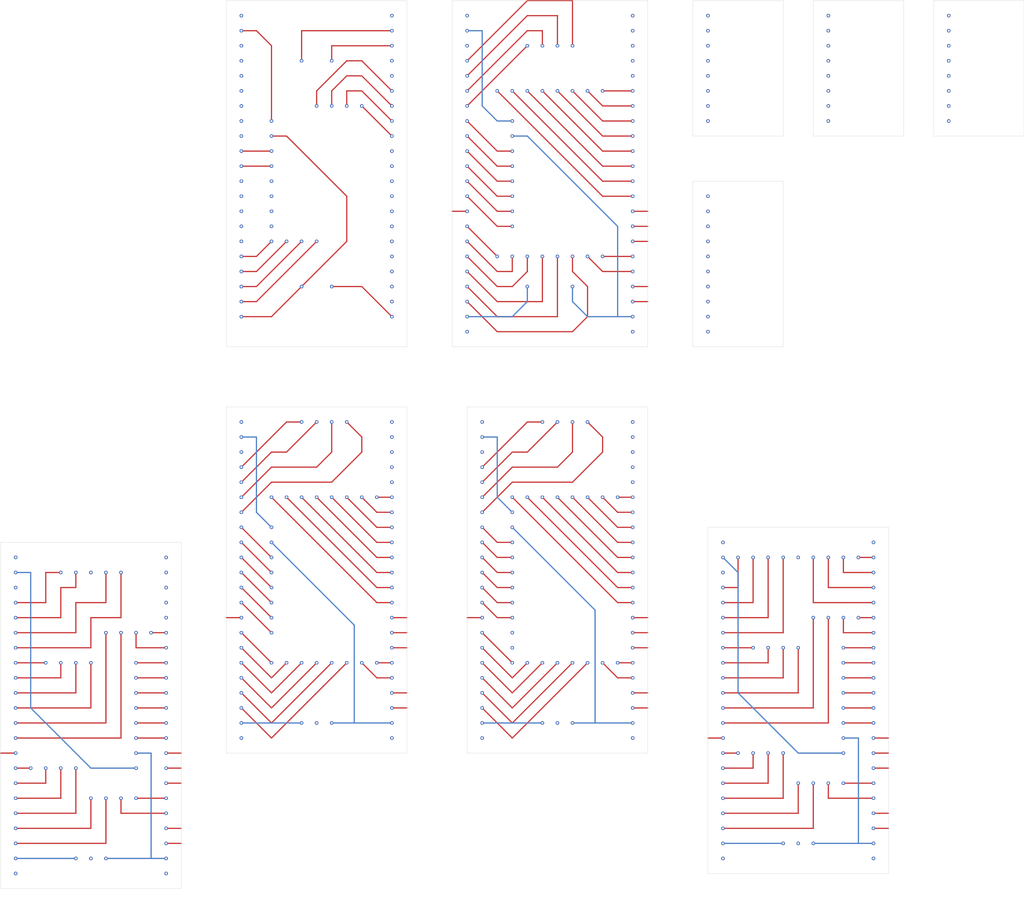
<source format=kicad_pcb>
(kicad_pcb (version 20240108) (generator "pcbnew") (generator_version "8.0")
  (layers (0 "F.Cu" signal) (31 "B.Cu" signal) (34 "B.Paste" user) (35 "F.Paste" user) (36 "B.SilkS" user "B.Silkscreen") (37 "F.SilkS" user "F.Silkscreen") (38 "B.Mask" user) (39 "F.Mask" user) (44 "Edge.Cuts" user))
  (net 0 "")
  (gr_line (start 160.02 33.02) (end 160.02 55.88) (stroke (width 0.05)) (layer "Edge.Cuts"))
  (gr_line (start 180.34 33.02) (end 180.34 55.88) (stroke (width 0.05)) (layer "Edge.Cuts"))
  (gr_line (start 175.26 33.02) (end 160.02 33.02) (stroke (width 0.05)) (layer "Edge.Cuts"))
  (gr_line (start 60.96 33.02) (end 60.96 91.44) (stroke (width 0.05)) (layer "Edge.Cuts"))
  (gr_line (start 172.72 121.92) (end 142.24 121.92) (stroke (width 0.05)) (layer "Edge.Cuts"))
  (gr_line (start 154.94 55.88) (end 139.7 55.88) (stroke (width 0.05)) (layer "Edge.Cuts"))
  (gr_line (start 195.58 33.02) (end 195.58 55.88) (stroke (width 0.05)) (layer "Edge.Cuts"))
  (gr_line (start 132.08 91.44) (end 132.08 33.02) (stroke (width 0.05)) (layer "Edge.Cuts"))
  (gr_line (start 53.34 124.46) (end 22.86 124.46) (stroke (width 0.05)) (layer "Edge.Cuts"))
  (gr_line (start 132.08 160.02) (end 132.08 101.6) (stroke (width 0.05)) (layer "Edge.Cuts"))
  (gr_line (start 91.44 101.6) (end 60.96 101.6) (stroke (width 0.05)) (layer "Edge.Cuts"))
  (gr_line (start 22.86 182.88) (end 53.34 182.88) (stroke (width 0.05)) (layer "Edge.Cuts"))
  (gr_line (start 154.94 63.5) (end 154.94 91.44) (stroke (width 0.05)) (layer "Edge.Cuts"))
  (gr_line (start 175.26 33.02) (end 175.26 55.88) (stroke (width 0.05)) (layer "Edge.Cuts"))
  (gr_line (start 195.58 55.88) (end 180.34 55.88) (stroke (width 0.05)) (layer "Edge.Cuts"))
  (gr_line (start 91.44 33.02) (end 60.96 33.02) (stroke (width 0.05)) (layer "Edge.Cuts"))
  (gr_line (start 142.24 180.34) (end 172.72 180.34) (stroke (width 0.05)) (layer "Edge.Cuts"))
  (gr_line (start 60.96 101.6) (end 60.96 160.02) (stroke (width 0.05)) (layer "Edge.Cuts"))
  (gr_line (start 154.94 33.02) (end 139.7 33.02) (stroke (width 0.05)) (layer "Edge.Cuts"))
  (gr_line (start 139.7 33.02) (end 139.7 55.88) (stroke (width 0.05)) (layer "Edge.Cuts"))
  (gr_line (start 99.06 91.44) (end 132.08 91.44) (stroke (width 0.05)) (layer "Edge.Cuts"))
  (gr_line (start 142.24 121.92) (end 142.24 180.34) (stroke (width 0.05)) (layer "Edge.Cuts"))
  (gr_line (start 101.6 160.02) (end 132.08 160.02) (stroke (width 0.05)) (layer "Edge.Cuts"))
  (gr_line (start 99.06 33.02) (end 99.06 91.44) (stroke (width 0.05)) (layer "Edge.Cuts"))
  (gr_line (start 154.94 33.02) (end 154.94 55.88) (stroke (width 0.05)) (layer "Edge.Cuts"))
  (gr_line (start 132.08 101.6) (end 101.6 101.6) (stroke (width 0.05)) (layer "Edge.Cuts"))
  (gr_line (start 175.26 55.88) (end 160.02 55.88) (stroke (width 0.05)) (layer "Edge.Cuts"))
  (gr_line (start 195.58 33.02) (end 180.34 33.02) (stroke (width 0.05)) (layer "Edge.Cuts"))
  (gr_line (start 91.44 91.44) (end 91.44 33.02) (stroke (width 0.05)) (layer "Edge.Cuts"))
  (gr_line (start 132.08 33.02) (end 99.06 33.02) (stroke (width 0.05)) (layer "Edge.Cuts"))
  (gr_line (start 172.72 180.34) (end 172.72 121.92) (stroke (width 0.05)) (layer "Edge.Cuts"))
  (gr_line (start 91.44 160.02) (end 91.44 101.6) (stroke (width 0.05)) (layer "Edge.Cuts"))
  (gr_line (start 154.94 63.5) (end 139.7 63.5) (stroke (width 0.05)) (layer "Edge.Cuts"))
  (gr_line (start 154.94 91.44) (end 139.7 91.44) (stroke (width 0.05)) (layer "Edge.Cuts"))
  (gr_line (start 53.34 182.88) (end 53.34 124.46) (stroke (width 0.05)) (layer "Edge.Cuts"))
  (gr_line (start 139.7 63.5) (end 139.7 91.44) (stroke (width 0.05)) (layer "Edge.Cuts"))
  (gr_line (start 60.96 91.44) (end 91.44 91.44) (stroke (width 0.05)) (layer "Edge.Cuts"))
  (gr_line (start 60.96 160.02) (end 91.44 160.02) (stroke (width 0.05)) (layer "Edge.Cuts"))
  (gr_line (start 22.86 124.46) (end 22.86 182.88) (stroke (width 0.05)) (layer "Edge.Cuts"))
  (gr_line (start 101.6 101.6) (end 101.6 160.02) (stroke (width 0.05)) (layer "Edge.Cuts"))
  (segment (start 68.58 157.48) (end 81.28 144.78) (width 0.2) (layer "F.Cu") (net 0))
  (segment (start 50.8 172.72) (end 53.34 172.72) (width 0.2) (layer "F.Cu") (net 0))
  (segment (start 101.6 60.96) (end 106.68 66.04) (width 0.2) (layer "F.Cu") (net 0))
  (segment (start 68.58 114.3) (end 63.5 119.38) (width 0.2) (layer "F.Cu") (net 0))
  (segment (start 104.14 127) (end 106.68 129.54) (width 0.2) (layer "F.Cu") (net 0))
  (segment (start 106.68 132.08) (end 109.22 132.08) (width 0.2) (layer "F.Cu") (net 0))
  (segment (start 101.6 63.5) (end 106.68 68.58) (width 0.2) (layer "F.Cu") (net 0))
  (segment (start 109.22 116.84) (end 127 134.62) (width 0.2) (layer "F.Cu") (net 0))
  (segment (start 78.74 48.26) (end 81.28 45.72) (width 0.2) (layer "F.Cu") (net 0))
  (segment (start 160.02 152.4) (end 144.78 152.4) (width 0.2) (layer "F.Cu") (net 0))
  (segment (start 127 134.62) (end 129.54 134.62) (width 0.2) (layer "F.Cu") (net 0))
  (segment (start 63.5 137.16) (end 60.96 137.16) (width 0.2) (layer "F.Cu") (net 0))
  (segment (start 165.1 144.78) (end 170.18 144.78) (width 0.2) (layer "F.Cu") (net 0))
  (segment (start 170.18 157.48) (end 172.72 157.48) (width 0.2) (layer "F.Cu") (net 0))
  (segment (start 83.82 48.26) (end 88.9 53.34) (width 0.2) (layer "F.Cu") (net 0))
  (segment (start 121.92 76.2) (end 124.46 78.74) (width 0.2) (layer "F.Cu") (net 0))
  (segment (start 124.46 116.84) (end 127 119.38) (width 0.2) (layer "F.Cu") (net 0))
  (segment (start 78.74 114.3) (end 68.58 114.3) (width 0.2) (layer "F.Cu") (net 0))
  (segment (start 160.02 137.16) (end 160.02 152.4) (width 0.2) (layer "F.Cu") (net 0))
  (segment (start 86.36 129.54) (end 88.9 129.54) (width 0.2) (layer "F.Cu") (net 0))
  (segment (start 68.58 147.32) (end 71.12 144.78) (width 0.2) (layer "F.Cu") (net 0))
  (segment (start 104.14 132.08) (end 106.68 134.62) (width 0.2) (layer "F.Cu") (net 0))
  (segment (start 101.6 66.04) (end 106.68 71.12) (width 0.2) (layer "F.Cu") (net 0))
  (segment (start 86.36 119.38) (end 88.9 119.38) (width 0.2) (layer "F.Cu") (net 0))
  (segment (start 144.78 149.86) (end 157.48 149.86) (width 0.2) (layer "F.Cu") (net 0))
  (segment (start 111.76 33.02) (end 119.38 33.02) (width 0.2) (layer "F.Cu") (net 0))
  (segment (start 35.56 162.56) (end 35.56 170.18) (width 0.2) (layer "F.Cu") (net 0))
  (segment (start 38.1 152.4) (end 25.4 152.4) (width 0.2) (layer "F.Cu") (net 0))
  (segment (start 50.8 144.78) (end 45.72 144.78) (width 0.2) (layer "F.Cu") (net 0))
  (segment (start 88.9 139.7) (end 91.44 139.7) (width 0.2) (layer "F.Cu") (net 0))
  (segment (start 104.14 139.7) (end 109.22 144.78) (width 0.2) (layer "F.Cu") (net 0))
  (segment (start 111.76 38.1) (end 114.3 38.1) (width 0.2) (layer "F.Cu") (net 0))
  (segment (start 101.6 68.58) (end 99.06 68.58) (width 0.2) (layer "F.Cu") (net 0))
  (segment (start 104.14 149.86) (end 109.22 154.94) (width 0.2) (layer "F.Cu") (net 0))
  (segment (start 63.5 152.4) (end 68.58 157.48) (width 0.2) (layer "F.Cu") (net 0))
  (segment (start 104.14 152.4) (end 109.22 157.48) (width 0.2) (layer "F.Cu") (net 0))
  (segment (start 63.5 60.96) (end 68.58 60.96) (width 0.2) (layer "F.Cu") (net 0))
  (segment (start 165.1 134.62) (end 160.02 134.62) (width 0.2) (layer "F.Cu") (net 0))
  (segment (start 38.1 172.72) (end 38.1 167.64) (width 0.2) (layer "F.Cu") (net 0))
  (segment (start 162.56 165.1) (end 162.56 167.64) (width 0.2) (layer "F.Cu") (net 0))
  (segment (start 68.58 116.84) (end 86.36 134.62) (width 0.2) (layer "F.Cu") (net 0))
  (segment (start 114.3 38.1) (end 114.3 40.64) (width 0.2) (layer "F.Cu") (net 0))
  (segment (start 116.84 48.26) (end 124.46 55.88) (width 0.2) (layer "F.Cu") (net 0))
  (segment (start 121.92 86.36) (end 121.92 81.28) (width 0.2) (layer "F.Cu") (net 0))
  (segment (start 127 132.08) (end 129.54 132.08) (width 0.2) (layer "F.Cu") (net 0))
  (segment (start 88.9 152.4) (end 91.44 152.4) (width 0.2) (layer "F.Cu") (net 0))
  (segment (start 144.78 157.48) (end 142.24 157.48) (width 0.2) (layer "F.Cu") (net 0))
  (segment (start 71.12 73.66) (end 66.04 78.74) (width 0.2) (layer "F.Cu") (net 0))
  (segment (start 104.14 134.62) (end 106.68 137.16) (width 0.2) (layer "F.Cu") (net 0))
  (segment (start 162.56 132.08) (end 162.56 127) (width 0.2) (layer "F.Cu") (net 0))
  (segment (start 63.5 124.46) (end 68.58 129.54) (width 0.2) (layer "F.Cu") (net 0))
  (segment (start 43.18 170.18) (end 43.18 167.64) (width 0.2) (layer "F.Cu") (net 0))
  (segment (start 165.1 127) (end 165.1 129.54) (width 0.2) (layer "F.Cu") (net 0))
  (segment (start 129.54 73.66) (end 132.08 73.66) (width 0.2) (layer "F.Cu") (net 0))
  (segment (start 106.68 66.04) (end 109.22 66.04) (width 0.2) (layer "F.Cu") (net 0))
  (segment (start 165.1 142.24) (end 170.18 142.24) (width 0.2) (layer "F.Cu") (net 0))
  (segment (start 104.14 121.92) (end 106.68 124.46) (width 0.2) (layer "F.Cu") (net 0))
  (segment (start 157.48 170.18) (end 144.78 170.18) (width 0.2) (layer "F.Cu") (net 0))
  (segment (start 68.58 109.22) (end 63.5 114.3) (width 0.2) (layer "F.Cu") (net 0))
  (segment (start 35.56 139.7) (end 35.56 134.62) (width 0.2) (layer "F.Cu") (net 0))
  (segment (start 68.58 53.34) (end 68.58 40.64) (width 0.2) (layer "F.Cu") (net 0))
  (segment (start 119.38 104.14) (end 119.38 109.22) (width 0.2) (layer "F.Cu") (net 0))
  (segment (start 144.78 160.02) (end 147.32 160.02) (width 0.2) (layer "F.Cu") (net 0))
  (segment (start 35.56 170.18) (end 25.4 170.18) (width 0.2) (layer "F.Cu") (net 0))
  (segment (start 25.4 134.62) (end 27.94 134.62) (width 0.2) (layer "F.Cu") (net 0))
  (segment (start 124.46 48.26) (end 129.54 48.26) (width 0.2) (layer "F.Cu") (net 0))
  (segment (start 83.82 106.68) (end 83.82 109.22) (width 0.2) (layer "F.Cu") (net 0))
  (segment (start 81.28 73.66) (end 81.28 66.04) (width 0.2) (layer "F.Cu") (net 0))
  (segment (start 170.18 162.56) (end 172.72 162.56) (width 0.2) (layer "F.Cu") (net 0))
  (segment (start 157.48 165.1) (end 157.48 170.18) (width 0.2) (layer "F.Cu") (net 0))
  (segment (start 30.48 134.62) (end 30.48 129.54) (width 0.2) (layer "F.Cu") (net 0))
  (segment (start 78.74 43.18) (end 78.74 40.64) (width 0.2) (layer "F.Cu") (net 0))
  (segment (start 144.78 147.32) (end 154.94 147.32) (width 0.2) (layer "F.Cu") (net 0))
  (segment (start 124.46 53.34) (end 129.54 53.34) (width 0.2) (layer "F.Cu") (net 0))
  (segment (start 76.2 48.26) (end 81.28 43.18) (width 0.2) (layer "F.Cu") (net 0))
  (segment (start 165.1 154.94) (end 170.18 154.94) (width 0.2) (layer "F.Cu") (net 0))
  (segment (start 129.54 137.16) (end 132.08 137.16) (width 0.2) (layer "F.Cu") (net 0))
  (segment (start 83.82 116.84) (end 86.36 119.38) (width 0.2) (layer "F.Cu") (net 0))
  (segment (start 109.22 157.48) (end 121.92 144.78) (width 0.2) (layer "F.Cu") (net 0))
  (segment (start 76.2 144.78) (end 68.58 152.4) (width 0.2) (layer "F.Cu") (net 0))
  (segment (start 63.5 149.86) (end 68.58 154.94) (width 0.2) (layer "F.Cu") (net 0))
  (segment (start 63.5 129.54) (end 68.58 134.62) (width 0.2) (layer "F.Cu") (net 0))
  (segment (start 111.76 104.14) (end 104.14 111.76) (width 0.2) (layer "F.Cu") (net 0))
  (segment (start 124.46 55.88) (end 129.54 55.88) (width 0.2) (layer "F.Cu") (net 0))
  (segment (start 109.22 81.28) (end 111.76 78.74) (width 0.2) (layer "F.Cu") (net 0))
  (segment (start 154.94 167.64) (end 144.78 167.64) (width 0.2) (layer "F.Cu") (net 0))
  (segment (start 63.5 132.08) (end 68.58 137.16) (width 0.2) (layer "F.Cu") (net 0))
  (segment (start 101.6 48.26) (end 111.76 38.1) (width 0.2) (layer "F.Cu") (net 0))
  (segment (start 129.54 142.24) (end 132.08 142.24) (width 0.2) (layer "F.Cu") (net 0))
  (segment (start 66.04 81.28) (end 63.5 81.28) (width 0.2) (layer "F.Cu") (net 0))
  (segment (start 25.4 139.7) (end 35.56 139.7) (width 0.2) (layer "F.Cu") (net 0))
  (segment (start 25.4 137.16) (end 33.02 137.16) (width 0.2) (layer "F.Cu") (net 0))
  (segment (start 35.56 134.62) (end 40.64 134.62) (width 0.2) (layer "F.Cu") (net 0))
  (segment (start 78.74 40.64) (end 88.9 40.64) (width 0.2) (layer "F.Cu") (net 0))
  (segment (start 154.94 127) (end 154.94 139.7) (width 0.2) (layer "F.Cu") (net 0))
  (segment (start 104.14 60.96) (end 106.68 63.5) (width 0.2) (layer "F.Cu") (net 0))
  (segment (start 101.6 83.82) (end 106.68 88.9) (width 0.2) (layer "F.Cu") (net 0))
  (segment (start 104.14 137.16) (end 101.6 137.16) (width 0.2) (layer "F.Cu") (net 0))
  (segment (start 116.84 116.84) (end 127 127) (width 0.2) (layer "F.Cu") (net 0))
  (segment (start 81.28 48.26) (end 83.82 48.26) (width 0.2) (layer "F.Cu") (net 0))
  (segment (start 81.28 45.72) (end 83.82 45.72) (width 0.2) (layer "F.Cu") (net 0))
  (segment (start 154.94 160.02) (end 154.94 167.64) (width 0.2) (layer "F.Cu") (net 0))
  (segment (start 114.3 104.14) (end 111.76 104.14) (width 0.2) (layer "F.Cu") (net 0))
  (segment (start 111.76 116.84) (end 127 132.08) (width 0.2) (layer "F.Cu") (net 0))
  (segment (start 33.02 162.56) (end 33.02 167.64) (width 0.2) (layer "F.Cu") (net 0))
  (segment (start 109.22 149.86) (end 114.3 144.78) (width 0.2) (layer "F.Cu") (net 0))
  (segment (start 109.22 147.32) (end 104.14 142.24) (width 0.2) (layer "F.Cu") (net 0))
  (segment (start 106.68 134.62) (end 109.22 134.62) (width 0.2) (layer "F.Cu") (net 0))
  (segment (start 30.48 144.78) (end 25.4 144.78) (width 0.2) (layer "F.Cu") (net 0))
  (segment (start 124.46 106.68) (end 124.46 109.22) (width 0.2) (layer "F.Cu") (net 0))
  (segment (start 106.68 88.9) (end 119.38 88.9) (width 0.2) (layer "F.Cu") (net 0))
  (segment (start 129.54 58.42) (end 124.46 58.42) (width 0.2) (layer "F.Cu") (net 0))
  (segment (start 76.2 50.8) (end 76.2 48.26) (width 0.2) (layer "F.Cu") (net 0))
  (segment (start 116.84 76.2) (end 116.84 86.36) (width 0.2) (layer "F.Cu") (net 0))
  (segment (start 83.82 109.22) (end 78.74 114.3) (width 0.2) (layer "F.Cu") (net 0))
  (segment (start 104.14 124.46) (end 106.68 127) (width 0.2) (layer "F.Cu") (net 0))
  (segment (start 165.1 129.54) (end 170.18 129.54) (width 0.2) (layer "F.Cu") (net 0))
  (segment (start 109.22 154.94) (end 119.38 144.78) (width 0.2) (layer "F.Cu") (net 0))
  (segment (start 50.8 154.94) (end 45.72 154.94) (width 0.2) (layer "F.Cu") (net 0))
  (segment (start 66.04 38.1) (end 63.5 38.1) (width 0.2) (layer "F.Cu") (net 0))
  (segment (start 35.56 149.86) (end 25.4 149.86) (width 0.2) (layer "F.Cu") (net 0))
  (segment (start 162.56 137.16) (end 162.56 154.94) (width 0.2) (layer "F.Cu") (net 0))
  (segment (start 129.54 139.7) (end 132.08 139.7) (width 0.2) (layer "F.Cu") (net 0))
  (segment (start 101.6 76.2) (end 106.68 81.28) (width 0.2) (layer "F.Cu") (net 0))
  (segment (start 154.94 139.7) (end 144.78 139.7) (width 0.2) (layer "F.Cu") (net 0))
  (segment (start 106.68 129.54) (end 109.22 129.54) (width 0.2) (layer "F.Cu") (net 0))
  (segment (start 68.58 40.64) (end 66.04 38.1) (width 0.2) (layer "F.Cu") (net 0))
  (segment (start 63.5 142.24) (end 68.58 147.32) (width 0.2) (layer "F.Cu") (net 0))
  (segment (start 83.82 50.8) (end 88.9 55.88) (width 0.2) (layer "F.Cu") (net 0))
  (segment (start 119.38 114.3) (end 109.22 114.3) (width 0.2) (layer "F.Cu") (net 0))
  (segment (start 111.76 109.22) (end 109.22 109.22) (width 0.2) (layer "F.Cu") (net 0))
  (segment (start 106.68 78.74) (end 109.22 78.74) (width 0.2) (layer "F.Cu") (net 0))
  (segment (start 78.74 50.8) (end 78.74 48.26) (width 0.2) (layer "F.Cu") (net 0))
  (segment (start 25.4 172.72) (end 38.1 172.72) (width 0.2) (layer "F.Cu") (net 0))
  (segment (start 86.36 144.78) (end 88.9 144.78) (width 0.2) (layer "F.Cu") (net 0))
  (segment (start 48.26 139.7) (end 50.8 139.7) (width 0.2) (layer "F.Cu") (net 0))
  (segment (start 63.5 134.62) (end 68.58 139.7) (width 0.2) (layer "F.Cu") (net 0))
  (segment (start 35.56 144.78) (end 35.56 149.86) (width 0.2) (layer "F.Cu") (net 0))
  (segment (start 127 124.46) (end 129.54 124.46) (width 0.2) (layer "F.Cu") (net 0))
  (segment (start 27.94 134.62) (end 30.48 134.62) (width 0.2) (layer "F.Cu") (net 0))
  (segment (start 170.18 152.4) (end 165.1 152.4) (width 0.2) (layer "F.Cu") (net 0))
  (segment (start 109.22 114.3) (end 104.14 119.38) (width 0.2) (layer "F.Cu") (net 0))
  (segment (start 33.02 137.16) (end 33.02 132.08) (width 0.2) (layer "F.Cu") (net 0))
  (segment (start 45.72 152.4) (end 50.8 152.4) (width 0.2) (layer "F.Cu") (net 0))
  (segment (start 124.46 63.5) (end 129.54 63.5) (width 0.2) (layer "F.Cu") (net 0))
  (segment (start 71.12 109.22) (end 68.58 109.22) (width 0.2) (layer "F.Cu") (net 0))
  (segment (start 124.46 109.22) (end 119.38 114.3) (width 0.2) (layer "F.Cu") (net 0))
  (segment (start 106.68 63.5) (end 109.22 63.5) (width 0.2) (layer "F.Cu") (net 0))
  (segment (start 81.28 43.18) (end 83.82 43.18) (width 0.2) (layer "F.Cu") (net 0))
  (segment (start 50.8 142.24) (end 45.72 142.24) (width 0.2) (layer "F.Cu") (net 0))
  (segment (start 104.14 144.78) (end 109.22 149.86) (width 0.2) (layer "F.Cu") (net 0))
  (segment (start 66.04 76.2) (end 63.5 76.2) (width 0.2) (layer "F.Cu") (net 0))
  (segment (start 68.58 154.94) (end 78.74 144.78) (width 0.2) (layer "F.Cu") (net 0))
  (segment (start 116.84 104.14) (end 111.76 109.22) (width 0.2) (layer "F.Cu") (net 0))
  (segment (start 101.6 45.72) (end 111.76 35.56) (width 0.2) (layer "F.Cu") (net 0))
  (segment (start 50.8 162.56) (end 53.34 162.56) (width 0.2) (layer "F.Cu") (net 0))
  (segment (start 157.48 149.86) (end 157.48 142.24) (width 0.2) (layer "F.Cu") (net 0))
  (segment (start 86.36 132.08) (end 88.9 132.08) (width 0.2) (layer "F.Cu") (net 0))
  (segment (start 73.66 116.84) (end 86.36 129.54) (width 0.2) (layer "F.Cu") (net 0))
  (segment (start 78.74 109.22) (end 76.2 111.76) (width 0.2) (layer "F.Cu") (net 0))
  (segment (start 88.9 149.86) (end 91.44 149.86) (width 0.2) (layer "F.Cu") (net 0))
  (segment (start 162.56 154.94) (end 144.78 154.94) (width 0.2) (layer "F.Cu") (net 0))
  (segment (start 33.02 167.64) (end 25.4 167.64) (width 0.2) (layer "F.Cu") (net 0))
  (segment (start 149.86 162.56) (end 149.86 160.02) (width 0.2) (layer "F.Cu") (net 0))
  (segment (start 45.72 142.24) (end 45.72 139.7) (width 0.2) (layer "F.Cu") (net 0))
  (segment (start 71.12 104.14) (end 63.5 111.76) (width 0.2) (layer "F.Cu") (net 0))
  (segment (start 38.1 144.78) (end 38.1 152.4) (width 0.2) (layer "F.Cu") (net 0))
  (segment (start 152.4 160.02) (end 152.4 165.1) (width 0.2) (layer "F.Cu") (net 0))
  (segment (start 149.86 134.62) (end 144.78 134.62) (width 0.2) (layer "F.Cu") (net 0))
  (segment (start 68.58 73.66) (end 66.04 76.2) (width 0.2) (layer "F.Cu") (net 0))
  (segment (start 160.02 134.62) (end 160.02 127) (width 0.2) (layer "F.Cu") (net 0))
  (segment (start 76.2 104.14) (end 71.12 109.22) (width 0.2) (layer "F.Cu") (net 0))
  (segment (start 86.36 127) (end 88.9 127) (width 0.2) (layer "F.Cu") (net 0))
  (segment (start 106.68 71.12) (end 109.22 71.12) (width 0.2) (layer "F.Cu") (net 0))
  (segment (start 152.4 127) (end 152.4 137.16) (width 0.2) (layer "F.Cu") (net 0))
  (segment (start 86.36 134.62) (end 88.9 134.62) (width 0.2) (layer "F.Cu") (net 0))
  (segment (start 101.6 50.8) (end 111.76 40.64) (width 0.2) (layer "F.Cu") (net 0))
  (segment (start 83.82 144.78) (end 86.36 147.32) (width 0.2) (layer "F.Cu") (net 0))
  (segment (start 27.94 162.56) (end 25.4 162.56) (width 0.2) (layer "F.Cu") (net 0))
  (segment (start 109.22 78.74) (end 109.22 76.2) (width 0.2) (layer "F.Cu") (net 0))
  (segment (start 101.6 71.12) (end 106.68 76.2) (width 0.2) (layer "F.Cu") (net 0))
  (segment (start 124.46 78.74) (end 129.54 78.74) (width 0.2) (layer "F.Cu") (net 0))
  (segment (start 124.46 144.78) (end 127 147.32) (width 0.2) (layer "F.Cu") (net 0))
  (segment (start 106.68 86.36) (end 101.6 81.28) (width 0.2) (layer "F.Cu") (net 0))
  (segment (start 73.66 81.28) (end 68.58 86.36) (width 0.2) (layer "F.Cu") (net 0))
  (segment (start 104.14 129.54) (end 106.68 132.08) (width 0.2) (layer "F.Cu") (net 0))
  (segment (start 127 129.54) (end 129.54 129.54) (width 0.2) (layer "F.Cu") (net 0))
  (segment (start 106.68 60.96) (end 109.22 60.96) (width 0.2) (layer "F.Cu") (net 0))
  (segment (start 119.38 48.26) (end 124.46 53.34) (width 0.2) (layer "F.Cu") (net 0))
  (segment (start 129.54 83.82) (end 132.08 83.82) (width 0.2) (layer "F.Cu") (net 0))
  (segment (start 152.4 137.16) (end 144.78 137.16) (width 0.2) (layer "F.Cu") (net 0))
  (segment (start 78.74 116.84) (end 86.36 124.46) (width 0.2) (layer "F.Cu") (net 0))
  (segment (start 119.38 78.74) (end 119.38 76.2) (width 0.2) (layer "F.Cu") (net 0))
  (segment (start 86.36 116.84) (end 88.9 116.84) (width 0.2) (layer "F.Cu") (net 0))
  (segment (start 40.64 139.7) (end 40.64 154.94) (width 0.2) (layer "F.Cu") (net 0))
  (segment (start 109.22 152.4) (end 116.84 144.78) (width 0.2) (layer "F.Cu") (net 0))
  (segment (start 101.6 53.34) (end 106.68 58.42) (width 0.2) (layer "F.Cu") (net 0))
  (segment (start 149.86 127) (end 149.86 134.62) (width 0.2) (layer "F.Cu") (net 0))
  (segment (start 160.02 172.72) (end 144.78 172.72) (width 0.2) (layer "F.Cu") (net 0))
  (segment (start 119.38 88.9) (end 121.92 86.36) (width 0.2) (layer "F.Cu") (net 0))
  (segment (start 45.72 157.48) (end 50.8 157.48) (width 0.2) (layer "F.Cu") (net 0))
  (segment (start 63.5 139.7) (end 68.58 144.78) (width 0.2) (layer "F.Cu") (net 0))
  (segment (start 88.9 137.16) (end 91.44 137.16) (width 0.2) (layer "F.Cu") (net 0))
  (segment (start 43.18 170.18) (end 50.8 170.18) (width 0.2) (layer "F.Cu") (net 0))
  (segment (start 106.68 81.28) (end 109.22 81.28) (width 0.2) (layer "F.Cu") (net 0))
  (segment (start 50.8 149.86) (end 45.72 149.86) (width 0.2) (layer "F.Cu") (net 0))
  (segment (start 68.58 149.86) (end 63.5 144.78) (width 0.2) (layer "F.Cu") (net 0))
  (segment (start 76.2 111.76) (end 68.58 111.76) (width 0.2) (layer "F.Cu") (net 0))
  (segment (start 129.54 68.58) (end 132.08 68.58) (width 0.2) (layer "F.Cu") (net 0))
  (segment (start 167.64 137.16) (end 170.18 137.16) (width 0.2) (layer "F.Cu") (net 0))
  (segment (start 109.22 147.32) (end 111.76 144.78) (width 0.2) (layer "F.Cu") (net 0))
  (segment (start 170.18 160.02) (end 172.72 160.02) (width 0.2) (layer "F.Cu") (net 0))
  (segment (start 111.76 78.74) (end 111.76 76.2) (width 0.2) (layer "F.Cu") (net 0))
  (segment (start 81.28 104.14) (end 83.82 106.68) (width 0.2) (layer "F.Cu") (net 0))
  (segment (start 63.5 121.92) (end 68.58 127) (width 0.2) (layer "F.Cu") (net 0))
  (segment (start 81.28 116.84) (end 86.36 121.92) (width 0.2) (layer "F.Cu") (net 0))
  (segment (start 119.38 33.02) (end 119.38 40.64) (width 0.2) (layer "F.Cu") (net 0))
  (segment (start 154.94 147.32) (end 154.94 142.24) (width 0.2) (layer "F.Cu") (net 0))
  (segment (start 162.56 167.64) (end 170.18 167.64) (width 0.2) (layer "F.Cu") (net 0))
  (segment (start 106.68 127) (end 109.22 127) (width 0.2) (layer "F.Cu") (net 0))
  (segment (start 121.92 104.14) (end 124.46 106.68) (width 0.2) (layer "F.Cu") (net 0))
  (segment (start 109.22 48.26) (end 124.46 63.5) (width 0.2) (layer "F.Cu") (net 0))
  (segment (start 30.48 165.1) (end 25.4 165.1) (width 0.2) (layer "F.Cu") (net 0))
  (segment (start 68.58 86.36) (end 63.5 86.36) (width 0.2) (layer "F.Cu") (net 0))
  (segment (start 106.68 83.82) (end 114.3 83.82) (width 0.2) (layer "F.Cu") (net 0))
  (segment (start 129.54 152.4) (end 132.08 152.4) (width 0.2) (layer "F.Cu") (net 0))
  (segment (start 121.92 48.26) (end 124.46 50.8) (width 0.2) (layer "F.Cu") (net 0))
  (segment (start 129.54 71.12) (end 132.08 71.12) (width 0.2) (layer "F.Cu") (net 0))
  (segment (start 129.54 81.28) (end 132.08 81.28) (width 0.2) (layer "F.Cu") (net 0))
  (segment (start 109.22 109.22) (end 104.14 114.3) (width 0.2) (layer "F.Cu") (net 0))
  (segment (start 73.66 104.14) (end 71.12 104.14) (width 0.2) (layer "F.Cu") (net 0))
  (segment (start 127 121.92) (end 129.54 121.92) (width 0.2) (layer "F.Cu") (net 0))
  (segment (start 25.4 160.02) (end 22.86 160.02) (width 0.2) (layer "F.Cu") (net 0))
  (segment (start 116.84 111.76) (end 109.22 111.76) (width 0.2) (layer "F.Cu") (net 0))
  (segment (start 127 144.78) (end 129.54 144.78) (width 0.2) (layer "F.Cu") (net 0))
  (segment (start 124.46 58.42) (end 114.3 48.26) (width 0.2) (layer "F.Cu") (net 0))
  (segment (start 129.54 149.86) (end 132.08 149.86) (width 0.2) (layer "F.Cu") (net 0))
  (segment (start 127 119.38) (end 129.54 119.38) (width 0.2) (layer "F.Cu") (net 0))
  (segment (start 50.8 160.02) (end 53.34 160.02) (width 0.2) (layer "F.Cu") (net 0))
  (segment (start 86.36 124.46) (end 88.9 124.46) (width 0.2) (layer "F.Cu") (net 0))
  (segment (start 165.1 139.7) (end 165.1 137.16) (width 0.2) (layer "F.Cu") (net 0))
  (segment (start 170.18 170.18) (end 172.72 170.18) (width 0.2) (layer "F.Cu") (net 0))
  (segment (start 38.1 142.24) (end 38.1 137.16) (width 0.2) (layer "F.Cu") (net 0))
  (segment (start 33.02 147.32) (end 25.4 147.32) (width 0.2) (layer "F.Cu") (net 0))
  (segment (start 152.4 144.78) (end 152.4 142.24) (width 0.2) (layer "F.Cu") (net 0))
  (segment (start 38.1 137.16) (end 43.18 137.16) (width 0.2) (layer "F.Cu") (net 0))
  (segment (start 124.46 76.2) (end 129.54 76.2) (width 0.2) (layer "F.Cu") (net 0))
  (segment (start 106.68 58.42) (end 109.22 58.42) (width 0.2) (layer "F.Cu") (net 0))
  (segment (start 106.68 48.26) (end 124.46 66.04) (width 0.2) (layer "F.Cu") (net 0))
  (segment (start 149.86 162.56) (end 144.78 162.56) (width 0.2) (layer "F.Cu") (net 0))
  (segment (start 147.32 132.08) (end 144.78 132.08) (width 0.2) (layer "F.Cu") (net 0))
  (segment (start 152.4 165.1) (end 144.78 165.1) (width 0.2) (layer "F.Cu") (net 0))
  (segment (start 101.6 73.66) (end 106.68 78.74) (width 0.2) (layer "F.Cu") (net 0))
  (segment (start 86.36 121.92) (end 88.9 121.92) (width 0.2) (layer "F.Cu") (net 0))
  (segment (start 106.68 124.46) (end 109.22 124.46) (width 0.2) (layer "F.Cu") (net 0))
  (segment (start 68.58 111.76) (end 63.5 116.84) (width 0.2) (layer "F.Cu") (net 0))
  (segment (start 73.66 81.28) (end 81.28 73.66) (width 0.2) (layer "F.Cu") (net 0))
  (segment (start 170.18 172.72) (end 172.72 172.72) (width 0.2) (layer "F.Cu") (net 0))
  (segment (start 119.38 109.22) (end 116.84 111.76) (width 0.2) (layer "F.Cu") (net 0))
  (segment (start 116.84 35.56) (end 116.84 40.64) (width 0.2) (layer "F.Cu") (net 0))
  (segment (start 144.78 142.24) (end 149.86 142.24) (width 0.2) (layer "F.Cu") (net 0))
  (segment (start 167.64 127) (end 170.18 127) (width 0.2) (layer "F.Cu") (net 0))
  (segment (start 127 116.84) (end 129.54 116.84) (width 0.2) (layer "F.Cu") (net 0))
  (segment (start 81.28 66.04) (end 71.12 55.88) (width 0.2) (layer "F.Cu") (net 0))
  (segment (start 40.64 134.62) (end 40.64 129.54) (width 0.2) (layer "F.Cu") (net 0))
  (segment (start 165.1 134.62) (end 170.18 134.62) (width 0.2) (layer "F.Cu") (net 0))
  (segment (start 73.66 38.1) (end 88.9 38.1) (width 0.2) (layer "F.Cu") (net 0))
  (segment (start 124.46 66.04) (end 129.54 66.04) (width 0.2) (layer "F.Cu") (net 0))
  (segment (start 40.64 175.26) (end 40.64 167.64) (width 0.2) (layer "F.Cu") (net 0))
  (segment (start 116.84 86.36) (end 106.68 86.36) (width 0.2) (layer "F.Cu") (net 0))
  (segment (start 78.74 104.14) (end 78.74 109.22) (width 0.2) (layer "F.Cu") (net 0))
  (segment (start 30.48 129.54) (end 33.02 129.54) (width 0.2) (layer "F.Cu") (net 0))
  (segment (start 127 147.32) (end 129.54 147.32) (width 0.2) (layer "F.Cu") (net 0))
  (segment (start 83.82 45.72) (end 88.9 50.8) (width 0.2) (layer "F.Cu") (net 0))
  (segment (start 43.18 157.48) (end 43.18 139.7) (width 0.2) (layer "F.Cu") (net 0))
  (segment (start 76.2 73.66) (end 66.04 83.82) (width 0.2) (layer "F.Cu") (net 0))
  (segment (start 63.5 127) (end 68.58 132.08) (width 0.2) (layer "F.Cu") (net 0))
  (segment (start 106.68 137.16) (end 109.22 137.16) (width 0.2) (layer "F.Cu") (net 0))
  (segment (start 78.74 81.28) (end 83.82 81.28) (width 0.2) (layer "F.Cu") (net 0))
  (segment (start 101.6 78.74) (end 106.68 83.82) (width 0.2) (layer "F.Cu") (net 0))
  (segment (start 68.58 58.42) (end 63.5 58.42) (width 0.2) (layer "F.Cu") (net 0))
  (segment (start 81.28 50.8) (end 81.28 48.26) (width 0.2) (layer "F.Cu") (net 0))
  (segment (start 124.46 50.8) (end 129.54 50.8) (width 0.2) (layer "F.Cu") (net 0))
  (segment (start 119.38 116.84) (end 127 124.46) (width 0.2) (layer "F.Cu") (net 0))
  (segment (start 124.46 60.96) (end 129.54 60.96) (width 0.2) (layer "F.Cu") (net 0))
  (segment (start 25.4 175.26) (end 40.64 175.26) (width 0.2) (layer "F.Cu") (net 0))
  (segment (start 165.1 165.1) (end 170.18 165.1) (width 0.2) (layer "F.Cu") (net 0))
  (segment (start 109.22 111.76) (end 104.14 116.84) (width 0.2) (layer "F.Cu") (net 0))
  (segment (start 66.04 78.74) (end 63.5 78.74) (width 0.2) (layer "F.Cu") (net 0))
  (segment (start 101.6 55.88) (end 106.68 60.96) (width 0.2) (layer "F.Cu") (net 0))
  (segment (start 101.6 43.18) (end 111.76 33.02) (width 0.2) (layer "F.Cu") (net 0))
  (segment (start 165.1 149.86) (end 170.18 149.86) (width 0.2) (layer "F.Cu") (net 0))
  (segment (start 111.76 48.26) (end 124.46 60.96) (width 0.2) (layer "F.Cu") (net 0))
  (segment (start 83.82 81.28) (end 88.9 86.36) (width 0.2) (layer "F.Cu") (net 0))
  (segment (start 25.4 157.48) (end 43.18 157.48) (width 0.2) (layer "F.Cu") (net 0))
  (segment (start 33.02 147.32) (end 33.02 144.78) (width 0.2) (layer "F.Cu") (net 0))
  (segment (start 76.2 116.84) (end 86.36 127) (width 0.2) (layer "F.Cu") (net 0))
  (segment (start 43.18 137.16) (end 43.18 129.54) (width 0.2) (layer "F.Cu") (net 0))
  (segment (start 83.82 43.18) (end 88.9 48.26) (width 0.2) (layer "F.Cu") (net 0))
  (segment (start 73.66 73.66) (end 66.04 81.28) (width 0.2) (layer "F.Cu") (net 0))
  (segment (start 147.32 132.08) (end 147.32 127) (width 0.2) (layer "F.Cu") (net 0))
  (segment (start 66.04 83.82) (end 63.5 83.82) (width 0.2) (layer "F.Cu") (net 0))
  (segment (start 114.3 116.84) (end 127 129.54) (width 0.2) (layer "F.Cu") (net 0))
  (segment (start 50.8 175.26) (end 53.34 175.26) (width 0.2) (layer "F.Cu") (net 0))
  (segment (start 144.78 144.78) (end 152.4 144.78) (width 0.2) (layer "F.Cu") (net 0))
  (segment (start 165.1 139.7) (end 170.18 139.7) (width 0.2) (layer "F.Cu") (net 0))
  (segment (start 71.12 55.88) (end 68.58 55.88) (width 0.2) (layer "F.Cu") (net 0))
  (segment (start 40.64 154.94) (end 25.4 154.94) (width 0.2) (layer "F.Cu") (net 0))
  (segment (start 33.02 132.08) (end 35.56 132.08) (width 0.2) (layer "F.Cu") (net 0))
  (segment (start 35.56 132.08) (end 35.56 129.54) (width 0.2) (layer "F.Cu") (net 0))
  (segment (start 68.58 149.86) (end 73.66 144.78) (width 0.2) (layer "F.Cu") (net 0))
  (segment (start 104.14 147.32) (end 109.22 152.4) (width 0.2) (layer "F.Cu") (net 0))
  (segment (start 86.36 147.32) (end 88.9 147.32) (width 0.2) (layer "F.Cu") (net 0))
  (segment (start 68.58 152.4) (end 63.5 147.32) (width 0.2) (layer "F.Cu") (net 0))
  (segment (start 71.12 116.84) (end 86.36 132.08) (width 0.2) (layer "F.Cu") (net 0))
  (segment (start 106.68 68.58) (end 109.22 68.58) (width 0.2) (layer "F.Cu") (net 0))
  (segment (start 73.66 43.18) (end 73.66 38.1) (width 0.2) (layer "F.Cu") (net 0))
  (segment (start 121.92 116.84) (end 127 121.92) (width 0.2) (layer "F.Cu") (net 0))
  (segment (start 30.48 162.56) (end 30.48 165.1) (width 0.2) (layer "F.Cu") (net 0))
  (segment (start 25.4 142.24) (end 38.1 142.24) (width 0.2) (layer "F.Cu") (net 0))
  (segment (start 160.02 165.1) (end 160.02 172.72) (width 0.2) (layer "F.Cu") (net 0))
  (segment (start 114.3 83.82) (end 114.3 76.2) (width 0.2) (layer "F.Cu") (net 0))
  (segment (start 88.9 142.24) (end 91.44 142.24) (width 0.2) (layer "F.Cu") (net 0))
  (segment (start 127 127) (end 129.54 127) (width 0.2) (layer "F.Cu") (net 0))
  (segment (start 111.76 35.56) (end 116.84 35.56) (width 0.2) (layer "F.Cu") (net 0))
  (segment (start 45.72 167.64) (end 50.8 167.64) (width 0.2) (layer "F.Cu") (net 0))
  (segment (start 170.18 132.08) (end 162.56 132.08) (width 0.2) (layer "F.Cu") (net 0))
  (segment (start 101.6 58.42) (end 104.14 60.96) (width 0.2) (layer "F.Cu") (net 0))
  (segment (start 170.18 147.32) (end 165.1 147.32) (width 0.2) (layer "F.Cu") (net 0))
  (segment (start 121.92 81.28) (end 119.38 78.74) (width 0.2) (layer "F.Cu") (net 0))
  (segment (start 50.8 165.1) (end 53.34 165.1) (width 0.2) (layer "F.Cu") (net 0))
  (segment (start 45.72 147.32) (end 50.8 147.32) (width 0.2) (layer "F.Cu") (net 0))
  (via (at 154.94 142.24) (size 0.6) (drill 0.3) (layers "F.Cu" "B.Cu") (net 0))
  (via (at 25.4 142.24) (size 0.6) (drill 0.3) (layers "F.Cu" "B.Cu") (net 0))
  (via (at 101.6 81.28) (size 0.6) (drill 0.3) (layers "F.Cu" "B.Cu") (net 0))
  (via (at 144.78 147.32) (size 0.6) (drill 0.3) (layers "F.Cu" "B.Cu") (net 0))
  (via (at 129.54 58.42) (size 0.6) (drill 0.3) (layers "F.Cu" "B.Cu") (net 0))
  (via (at 88.9 139.7) (size 0.6) (drill 0.3) (layers "F.Cu" "B.Cu") (net 0))
  (via (at 78.74 144.78) (size 0.6) (drill 0.3) (layers "F.Cu" "B.Cu") (net 0))
  (via (at 144.78 172.72) (size 0.6) (drill 0.3) (layers "F.Cu" "B.Cu") (net 0))
  (via (at 101.6 50.8) (size 0.6) (drill 0.3) (layers "F.Cu" "B.Cu") (net 0))
  (via (at 73.66 116.84) (size 0.6) (drill 0.3) (layers "F.Cu" "B.Cu") (net 0))
  (via (at 116.84 104.14) (size 0.6) (drill 0.3) (layers "F.Cu" "B.Cu") (net 0))
  (via (at 63.5 124.46) (size 0.6) (drill 0.3) (layers "F.Cu" "B.Cu") (net 0))
  (via (at 129.54 129.54) (size 0.6) (drill 0.3) (layers "F.Cu" "B.Cu") (net 0))
  (via (at 63.5 142.24) (size 0.6) (drill 0.3) (layers "F.Cu" "B.Cu") (net 0))
  (via (at 167.64 137.16) (size 0.6) (drill 0.3) (layers "F.Cu" "B.Cu") (net 0))
  (via (at 88.9 121.92) (size 0.6) (drill 0.3) (layers "F.Cu" "B.Cu") (net 0))
  (via (at 170.18 152.4) (size 0.6) (drill 0.3) (layers "F.Cu" "B.Cu") (net 0))
  (via (at 111.76 81.28) (size 0.6) (drill 0.3) (layers "F.Cu" "B.Cu") (net 0))
  (via (at 63.5 35.56) (size 0.6) (drill 0.3) (layers "F.Cu" "B.Cu") (net 0))
  (via (at 144.78 142.24) (size 0.6) (drill 0.3) (layers "F.Cu" "B.Cu") (net 0))
  (via (at 109.22 127) (size 0.6) (drill 0.3) (layers "F.Cu" "B.Cu") (net 0))
  (via (at 149.86 127) (size 0.6) (drill 0.3) (layers "F.Cu" "B.Cu") (net 0))
  (via (at 45.72 144.78) (size 0.6) (drill 0.3) (layers "F.Cu" "B.Cu") (net 0))
  (via (at 45.72 162.56) (size 0.6) (drill 0.3) (layers "F.Cu" "B.Cu") (net 0))
  (via (at 68.58 124.46) (size 0.6) (drill 0.3) (layers "F.Cu" "B.Cu") (net 0))
  (via (at 129.54 40.64) (size 0.6) (drill 0.3) (layers "F.Cu" "B.Cu") (net 0))
  (via (at 162.56 48.26) (size 0.6) (drill 0.3) (layers "F.Cu" "B.Cu") (net 0))
  (via (at 101.6 88.9) (size 0.6) (drill 0.3) (layers "F.Cu" "B.Cu") (net 0))
  (via (at 165.1 137.16) (size 0.6) (drill 0.3) (layers "F.Cu" "B.Cu") (net 0))
  (via (at 78.74 81.28) (size 0.6) (drill 0.3) (layers "F.Cu" "B.Cu") (net 0))
  (via (at 121.92 116.84) (size 0.6) (drill 0.3) (layers "F.Cu" "B.Cu") (net 0))
  (via (at 81.28 50.8) (size 0.6) (drill 0.3) (layers "F.Cu" "B.Cu") (net 0))
  (via (at 109.22 116.84) (size 0.6) (drill 0.3) (layers "F.Cu" "B.Cu") (net 0))
  (via (at 157.48 165.1) (size 0.6) (drill 0.3) (layers "F.Cu" "B.Cu") (net 0))
  (via (at 109.22 121.92) (size 0.6) (drill 0.3) (layers "F.Cu" "B.Cu") (net 0))
  (via (at 101.6 48.26) (size 0.6) (drill 0.3) (layers "F.Cu" "B.Cu") (net 0))
  (via (at 129.54 132.08) (size 0.6) (drill 0.3) (layers "F.Cu" "B.Cu") (net 0))
  (via (at 63.5 76.2) (size 0.6) (drill 0.3) (layers "F.Cu" "B.Cu") (net 0))
  (via (at 27.94 162.56) (size 0.6) (drill 0.3) (layers "F.Cu" "B.Cu") (net 0))
  (via (at 68.58 129.54) (size 0.6) (drill 0.3) (layers "F.Cu" "B.Cu") (net 0))
  (via (at 104.14 124.46) (size 0.6) (drill 0.3) (layers "F.Cu" "B.Cu") (net 0))
  (via (at 144.78 152.4) (size 0.6) (drill 0.3) (layers "F.Cu" "B.Cu") (net 0))
  (via (at 68.58 144.78) (size 0.6) (drill 0.3) (layers "F.Cu" "B.Cu") (net 0))
  (via (at 142.24 71.12) (size 0.6) (drill 0.3) (layers "F.Cu" "B.Cu") (net 0))
  (via (at 129.54 149.86) (size 0.6) (drill 0.3) (layers "F.Cu" "B.Cu") (net 0))
  (via (at 63.5 137.16) (size 0.6) (drill 0.3) (layers "F.Cu" "B.Cu") (net 0))
  (via (at 162.56 40.64) (size 0.6) (drill 0.3) (layers "F.Cu" "B.Cu") (net 0))
  (via (at 109.22 55.88) (size 0.6) (drill 0.3) (layers "F.Cu" "B.Cu") (net 0))
  (via (at 160.02 127) (size 0.6) (drill 0.3) (layers "F.Cu" "B.Cu") (net 0))
  (via (at 88.9 76.2) (size 0.6) (drill 0.3) (layers "F.Cu" "B.Cu") (net 0))
  (via (at 119.38 104.14) (size 0.6) (drill 0.3) (layers "F.Cu" "B.Cu") (net 0))
  (via (at 129.54 88.9) (size 0.6) (drill 0.3) (layers "F.Cu" "B.Cu") (net 0))
  (via (at 127 116.84) (size 0.6) (drill 0.3) (layers "F.Cu" "B.Cu") (net 0))
  (via (at 165.1 154.94) (size 0.6) (drill 0.3) (layers "F.Cu" "B.Cu") (net 0))
  (via (at 165.1 165.1) (size 0.6) (drill 0.3) (layers "F.Cu" "B.Cu") (net 0))
  (via (at 104.14 104.14) (size 0.6) (drill 0.3) (layers "F.Cu" "B.Cu") (net 0))
  (via (at 144.78 144.78) (size 0.6) (drill 0.3) (layers "F.Cu" "B.Cu") (net 0))
  (via (at 165.1 149.86) (size 0.6) (drill 0.3) (layers "F.Cu" "B.Cu") (net 0))
  (via (at 111.76 116.84) (size 0.6) (drill 0.3) (layers "F.Cu" "B.Cu") (net 0))
  (via (at 165.1 152.4) (size 0.6) (drill 0.3) (layers "F.Cu" "B.Cu") (net 0))
  (via (at 88.9 127) (size 0.6) (drill 0.3) (layers "F.Cu" "B.Cu") (net 0))
  (via (at 109.22 58.42) (size 0.6) (drill 0.3) (layers "F.Cu" "B.Cu") (net 0))
  (via (at 88.9 142.24) (size 0.6) (drill 0.3) (layers "F.Cu" "B.Cu") (net 0))
  (via (at 68.58 63.5) (size 0.6) (drill 0.3) (layers "F.Cu" "B.Cu") (net 0))
  (via (at 124.46 144.78) (size 0.6) (drill 0.3) (layers "F.Cu" "B.Cu") (net 0))
  (via (at 129.54 38.1) (size 0.6) (drill 0.3) (layers "F.Cu" "B.Cu") (net 0))
  (via (at 114.3 76.2) (size 0.6) (drill 0.3) (layers "F.Cu" "B.Cu") (net 0))
  (via (at 40.64 139.7) (size 0.6) (drill 0.3) (layers "F.Cu" "B.Cu") (net 0))
  (via (at 104.14 142.24) (size 0.6) (drill 0.3) (layers "F.Cu" "B.Cu") (net 0))
  (via (at 142.24 76.2) (size 0.6) (drill 0.3) (layers "F.Cu" "B.Cu") (net 0))
  (via (at 68.58 121.92) (size 0.6) (drill 0.3) (layers "F.Cu" "B.Cu") (net 0))
  (via (at 50.8 144.78) (size 0.6) (drill 0.3) (layers "F.Cu" "B.Cu") (net 0))
  (via (at 104.14 149.86) (size 0.6) (drill 0.3) (layers "F.Cu" "B.Cu") (net 0))
  (via (at 25.4 154.94) (size 0.6) (drill 0.3) (layers "F.Cu" "B.Cu") (net 0))
  (via (at 129.54 45.72) (size 0.6) (drill 0.3) (layers "F.Cu" "B.Cu") (net 0))
  (via (at 25.4 139.7) (size 0.6) (drill 0.3) (layers "F.Cu" "B.Cu") (net 0))
  (via (at 88.9 114.3) (size 0.6) (drill 0.3) (layers "F.Cu" "B.Cu") (net 0))
  (via (at 129.54 121.92) (size 0.6) (drill 0.3) (layers "F.Cu" "B.Cu") (net 0))
  (via (at 170.18 165.1) (size 0.6) (drill 0.3) (layers "F.Cu" "B.Cu") (net 0))
  (via (at 165.1 160.02) (size 0.6) (drill 0.3) (layers "F.Cu" "B.Cu") (net 0))
  (via (at 121.92 104.14) (size 0.6) (drill 0.3) (layers "F.Cu" "B.Cu") (net 0))
  (via (at 142.24 53.34) (size 0.6) (drill 0.3) (layers "F.Cu" "B.Cu") (net 0))
  (via (at 63.5 63.5) (size 0.6) (drill 0.3) (layers "F.Cu" "B.Cu") (net 0))
  (via (at 104.14 121.92) (size 0.6) (drill 0.3) (layers "F.Cu" "B.Cu") (net 0))
  (via (at 104.14 157.48) (size 0.6) (drill 0.3) (layers "F.Cu" "B.Cu") (net 0))
  (via (at 88.9 40.64) (size 0.6) (drill 0.3) (layers "F.Cu" "B.Cu") (net 0))
  (via (at 104.14 111.76) (size 0.6) (drill 0.3) (layers "F.Cu" "B.Cu") (net 0))
  (via (at 101.6 45.72) (size 0.6) (drill 0.3) (layers "F.Cu" "B.Cu") (net 0))
  (via (at 101.6 60.96) (size 0.6) (drill 0.3) (layers "F.Cu" "B.Cu") (net 0))
  (via (at 81.28 116.84) (size 0.6) (drill 0.3) (layers "F.Cu" "B.Cu") (net 0))
  (via (at 142.24 86.36) (size 0.6) (drill 0.3) (layers "F.Cu" "B.Cu") (net 0))
  (via (at 25.4 170.18) (size 0.6) (drill 0.3) (layers "F.Cu" "B.Cu") (net 0))
  (via (at 142.24 78.74) (size 0.6) (drill 0.3) (layers "F.Cu" "B.Cu") (net 0))
  (via (at 25.4 127) (size 0.6) (drill 0.3) (layers "F.Cu" "B.Cu") (net 0))
  (via (at 104.14 114.3) (size 0.6) (drill 0.3) (layers "F.Cu" "B.Cu") (net 0))
  (via (at 162.56 50.8) (size 0.6) (drill 0.3) (layers "F.Cu" "B.Cu") (net 0))
  (via (at 25.4 157.48) (size 0.6) (drill 0.3) (layers "F.Cu" "B.Cu") (net 0))
  (via (at 68.58 71.12) (size 0.6) (drill 0.3) (layers "F.Cu" "B.Cu") (net 0))
  (via (at 83.82 50.8) (size 0.6) (drill 0.3) (layers "F.Cu" "B.Cu") (net 0))
  (via (at 129.54 73.66) (size 0.6) (drill 0.3) (layers "F.Cu" "B.Cu") (net 0))
  (via (at 50.8 142.24) (size 0.6) (drill 0.3) (layers "F.Cu" "B.Cu") (net 0))
  (via (at 144.78 124.46) (size 0.6) (drill 0.3) (layers "F.Cu" "B.Cu") (net 0))
  (via (at 170.18 134.62) (size 0.6) (drill 0.3) (layers "F.Cu" "B.Cu") (net 0))
  (via (at 142.24 40.64) (size 0.6) (drill 0.3) (layers "F.Cu" "B.Cu") (net 0))
  (via (at 111.76 48.26) (size 0.6) (drill 0.3) (layers "F.Cu" "B.Cu") (net 0))
  (via (at 129.54 127) (size 0.6) (drill 0.3) (layers "F.Cu" "B.Cu") (net 0))
  (via (at 129.54 86.36) (size 0.6) (drill 0.3) (layers "F.Cu" "B.Cu") (net 0))
  (via (at 63.5 134.62) (size 0.6) (drill 0.3) (layers "F.Cu" "B.Cu") (net 0))
  (via (at 101.6 68.58) (size 0.6) (drill 0.3) (layers "F.Cu" "B.Cu") (net 0))
  (via (at 63.5 81.28) (size 0.6) (drill 0.3) (layers "F.Cu" "B.Cu") (net 0))
  (via (at 88.9 43.18) (size 0.6) (drill 0.3) (layers "F.Cu" "B.Cu") (net 0))
  (via (at 50.8 137.16) (size 0.6) (drill 0.3) (layers "F.Cu" "B.Cu") (net 0))
  (via (at 182.88 45.72) (size 0.6) (drill 0.3) (layers "F.Cu" "B.Cu") (net 0))
  (via (at 88.9 50.8) (size 0.6) (drill 0.3) (layers "F.Cu" "B.Cu") (net 0))
  (via (at 109.22 139.7) (size 0.6) (drill 0.3) (layers "F.Cu" "B.Cu") (net 0))
  (via (at 25.4 137.16) (size 0.6) (drill 0.3) (layers "F.Cu" "B.Cu") (net 0))
  (via (at 170.18 129.54) (size 0.6) (drill 0.3) (layers "F.Cu" "B.Cu") (net 0))
  (via (at 63.5 40.64) (size 0.6) (drill 0.3) (layers "F.Cu" "B.Cu") (net 0))
  (via (at 63.5 58.42) (size 0.6) (drill 0.3) (layers "F.Cu" "B.Cu") (net 0))
  (via (at 25.4 175.26) (size 0.6) (drill 0.3) (layers "F.Cu" "B.Cu") (net 0))
  (via (at 73.66 43.18) (size 0.6) (drill 0.3) (layers "F.Cu" "B.Cu") (net 0))
  (via (at 88.9 68.58) (size 0.6) (drill 0.3) (layers "F.Cu" "B.Cu") (net 0))
  (via (at 33.02 162.56) (size 0.6) (drill 0.3) (layers "F.Cu" "B.Cu") (net 0))
  (via (at 170.18 142.24) (size 0.6) (drill 0.3) (layers "F.Cu" "B.Cu") (net 0))
  (via (at 142.24 66.04) (size 0.6) (drill 0.3) (layers "F.Cu" "B.Cu") (net 0))
  (via (at 101.6 71.12) (size 0.6) (drill 0.3) (layers "F.Cu" "B.Cu") (net 0))
  (via (at 116.84 116.84) (size 0.6) (drill 0.3) (layers "F.Cu" "B.Cu") (net 0))
  (via (at 68.58 55.88) (size 0.6) (drill 0.3) (layers "F.Cu" "B.Cu") (net 0))
  (via (at 50.8 127) (size 0.6) (drill 0.3) (layers "F.Cu" "B.Cu") (net 0))
  (via (at 38.1 144.78) (size 0.6) (drill 0.3) (layers "F.Cu" "B.Cu") (net 0))
  (via (at 104.14 109.22) (size 0.6) (drill 0.3) (layers "F.Cu" "B.Cu") (net 0))
  (via (at 182.88 38.1) (size 0.6) (drill 0.3) (layers "F.Cu" "B.Cu") (net 0))
  (via (at 76.2 116.84) (size 0.6) (drill 0.3) (layers "F.Cu" "B.Cu") (net 0))
  (via (at 104.14 144.78) (size 0.6) (drill 0.3) (layers "F.Cu" "B.Cu") (net 0))
  (via (at 104.14 106.68) (size 0.6) (drill 0.3) (layers "F.Cu" "B.Cu") (net 0))
  (via (at 63.5 45.72) (size 0.6) (drill 0.3) (layers "F.Cu" "B.Cu") (net 0))
  (via (at 129.54 43.18) (size 0.6) (drill 0.3) (layers "F.Cu" "B.Cu") (net 0))
  (via (at 170.18 160.02) (size 0.6) (drill 0.3) (layers "F.Cu" "B.Cu") (net 0))
  (via (at 144.78 137.16) (size 0.6) (drill 0.3) (layers "F.Cu" "B.Cu") (net 0))
  (via (at 45.72 139.7) (size 0.6) (drill 0.3) (layers "F.Cu" "B.Cu") (net 0))
  (via (at 63.5 147.32) (size 0.6) (drill 0.3) (layers "F.Cu" "B.Cu") (net 0))
  (via (at 83.82 116.84) (size 0.6) (drill 0.3) (layers "F.Cu" "B.Cu") (net 0))
  (via (at 25.4 162.56) (size 0.6) (drill 0.3) (layers "F.Cu" "B.Cu") (net 0))
  (via (at 162.56 35.56) (size 0.6) (drill 0.3) (layers "F.Cu" "B.Cu") (net 0))
  (via (at 104.14 139.7) (size 0.6) (drill 0.3) (layers "F.Cu" "B.Cu") (net 0))
  (via (at 116.84 48.26) (size 0.6) (drill 0.3) (layers "F.Cu" "B.Cu") (net 0))
  (via (at 68.58 137.16) (size 0.6) (drill 0.3) (layers "F.Cu" "B.Cu") (net 0))
  (via (at 121.92 48.26) (size 0.6) (drill 0.3) (layers "F.Cu" "B.Cu") (net 0))
  (via (at 124.46 76.2) (size 0.6) (drill 0.3) (layers "F.Cu" "B.Cu") (net 0))
  (via (at 154.94 127) (size 0.6) (drill 0.3) (layers "F.Cu" "B.Cu") (net 0))
  (via (at 170.18 177.8) (size 0.6) (drill 0.3) (layers "F.Cu" "B.Cu") (net 0))
  (via (at 170.18 162.56) (size 0.6) (drill 0.3) (layers "F.Cu" "B.Cu") (net 0))
  (via (at 71.12 144.78) (size 0.6) (drill 0.3) (layers "F.Cu" "B.Cu") (net 0))
  (via (at 25.4 149.86) (size 0.6) (drill 0.3) (layers "F.Cu" "B.Cu") (net 0))
  (via (at 170.18 137.16) (size 0.6) (drill 0.3) (layers "F.Cu" "B.Cu") (net 0))
  (via (at 124.46 48.26) (size 0.6) (drill 0.3) (layers "F.Cu" "B.Cu") (net 0))
  (via (at 88.9 132.08) (size 0.6) (drill 0.3) (layers "F.Cu" "B.Cu") (net 0))
  (via (at 116.84 144.78) (size 0.6) (drill 0.3) (layers "F.Cu" "B.Cu") (net 0))
  (via (at 50.8 157.48) (size 0.6) (drill 0.3) (layers "F.Cu" "B.Cu") (net 0))
  (via (at 50.8 149.86) (size 0.6) (drill 0.3) (layers "F.Cu" "B.Cu") (net 0))
  (via (at 50.8 129.54) (size 0.6) (drill 0.3) (layers "F.Cu" "B.Cu") (net 0))
  (via (at 73.66 73.66) (size 0.6) (drill 0.3) (layers "F.Cu" "B.Cu") (net 0))
  (via (at 63.5 48.26) (size 0.6) (drill 0.3) (layers "F.Cu" "B.Cu") (net 0))
  (via (at 170.18 124.46) (size 0.6) (drill 0.3) (layers "F.Cu" "B.Cu") (net 0))
  (via (at 88.9 63.5) (size 0.6) (drill 0.3) (layers "F.Cu" "B.Cu") (net 0))
  (via (at 25.4 167.64) (size 0.6) (drill 0.3) (layers "F.Cu" "B.Cu") (net 0))
  (via (at 165.1 144.78) (size 0.6) (drill 0.3) (layers "F.Cu" "B.Cu") (net 0))
  (via (at 147.32 160.02) (size 0.6) (drill 0.3) (layers "F.Cu" "B.Cu") (net 0))
  (via (at 162.56 53.34) (size 0.6) (drill 0.3) (layers "F.Cu" "B.Cu") (net 0))
  (via (at 63.5 139.7) (size 0.6) (drill 0.3) (layers "F.Cu" "B.Cu") (net 0))
  (via (at 182.88 53.34) (size 0.6) (drill 0.3) (layers "F.Cu" "B.Cu") (net 0))
  (via (at 76.2 73.66) (size 0.6) (drill 0.3) (layers "F.Cu" "B.Cu") (net 0))
  (via (at 109.22 68.58) (size 0.6) (drill 0.3) (layers "F.Cu" "B.Cu") (net 0))
  (via (at 63.5 114.3) (size 0.6) (drill 0.3) (layers "F.Cu" "B.Cu") (net 0))
  (via (at 50.8 167.64) (size 0.6) (drill 0.3) (layers "F.Cu" "B.Cu") (net 0))
  (via (at 50.8 170.18) (size 0.6) (drill 0.3) (layers "F.Cu" "B.Cu") (net 0))
  (via (at 162.56 137.16) (size 0.6) (drill 0.3) (layers "F.Cu" "B.Cu") (net 0))
  (via (at 25.4 160.02) (size 0.6) (drill 0.3) (layers "F.Cu" "B.Cu") (net 0))
  (via (at 88.9 60.96) (size 0.6) (drill 0.3) (layers "F.Cu" "B.Cu") (net 0))
  (via (at 129.54 50.8) (size 0.6) (drill 0.3) (layers "F.Cu" "B.Cu") (net 0))
  (via (at 170.18 147.32) (size 0.6) (drill 0.3) (layers "F.Cu" "B.Cu") (net 0))
  (via (at 50.8 147.32) (size 0.6) (drill 0.3) (layers "F.Cu" "B.Cu") (net 0))
  (via (at 83.82 144.78) (size 0.6) (drill 0.3) (layers "F.Cu" "B.Cu") (net 0))
  (via (at 104.14 154.94) (size 0.6) (drill 0.3) (layers "F.Cu" "B.Cu") (net 0))
  (via (at 71.12 73.66) (size 0.6) (drill 0.3) (layers "F.Cu" "B.Cu") (net 0))
  (via (at 129.54 66.04) (size 0.6) (drill 0.3) (layers "F.Cu" "B.Cu") (net 0))
  (via (at 88.9 129.54) (size 0.6) (drill 0.3) (layers "F.Cu" "B.Cu") (net 0))
  (via (at 63.5 129.54) (size 0.6) (drill 0.3) (layers "F.Cu" "B.Cu") (net 0))
  (via (at 25.4 165.1) (size 0.6) (drill 0.3) (layers "F.Cu" "B.Cu") (net 0))
  (via (at 111.76 76.2) (size 0.6) (drill 0.3) (layers "F.Cu" "B.Cu") (net 0))
  (via (at 63.5 121.92) (size 0.6) (drill 0.3) (layers "F.Cu" "B.Cu") (net 0))
  (via (at 167.64 127) (size 0.6) (drill 0.3) (layers "F.Cu" "B.Cu") (net 0))
  (via (at 25.4 144.78) (size 0.6) (drill 0.3) (layers "F.Cu" "B.Cu") (net 0))
  (via (at 149.86 142.24) (size 0.6) (drill 0.3) (layers "F.Cu" "B.Cu") (net 0))
  (via (at 114.3 154.94) (size 0.6) (drill 0.3) (layers "F.Cu" "B.Cu") (net 0))
  (via (at 142.24 35.56) (size 0.6) (drill 0.3) (layers "F.Cu" "B.Cu") (net 0))
  (via (at 165.1 147.32) (size 0.6) (drill 0.3) (layers "F.Cu" "B.Cu") (net 0))
  (via (at 88.9 48.26) (size 0.6) (drill 0.3) (layers "F.Cu" "B.Cu") (net 0))
  (via (at 129.54 139.7) (size 0.6) (drill 0.3) (layers "F.Cu" "B.Cu") (net 0))
  (via (at 160.02 165.1) (size 0.6) (drill 0.3) (layers "F.Cu" "B.Cu") (net 0))
  (via (at 129.54 53.34) (size 0.6) (drill 0.3) (layers "F.Cu" "B.Cu") (net 0))
  (via (at 63.5 106.68) (size 0.6) (drill 0.3) (layers "F.Cu" "B.Cu") (net 0))
  (via (at 129.54 114.3) (size 0.6) (drill 0.3) (layers "F.Cu" "B.Cu") (net 0))
  (via (at 152.4 160.02) (size 0.6) (drill 0.3) (layers "F.Cu" "B.Cu") (net 0))
  (via (at 63.5 154.94) (size 0.6) (drill 0.3) (layers "F.Cu" "B.Cu") (net 0))
  (via (at 109.22 132.08) (size 0.6) (drill 0.3) (layers "F.Cu" "B.Cu") (net 0))
  (via (at 76.2 104.14) (size 0.6) (drill 0.3) (layers "F.Cu" "B.Cu") (net 0))
  (via (at 50.8 152.4) (size 0.6) (drill 0.3) (layers "F.Cu" "B.Cu") (net 0))
  (via (at 33.02 129.54) (size 0.6) (drill 0.3) (layers "F.Cu" "B.Cu") (net 0))
  (via (at 162.56 38.1) (size 0.6) (drill 0.3) (layers "F.Cu" "B.Cu") (net 0))
  (via (at 129.54 134.62) (size 0.6) (drill 0.3) (layers "F.Cu" "B.Cu") (net 0))
  (via (at 147.32 127) (size 0.6) (drill 0.3) (layers "F.Cu" "B.Cu") (net 0))
  (via (at 142.24 48.26) (size 0.6) (drill 0.3) (layers "F.Cu" "B.Cu") (net 0))
  (via (at 88.9 152.4) (size 0.6) (drill 0.3) (layers "F.Cu" "B.Cu") (net 0))
  (via (at 63.5 71.12) (size 0.6) (drill 0.3) (layers "F.Cu" "B.Cu") (net 0))
  (via (at 104.14 116.84) (size 0.6) (drill 0.3) (layers "F.Cu" "B.Cu") (net 0))
  (via (at 170.18 139.7) (size 0.6) (drill 0.3) (layers "F.Cu" "B.Cu") (net 0))
  (via (at 88.9 55.88) (size 0.6) (drill 0.3) (layers "F.Cu" "B.Cu") (net 0))
  (via (at 149.86 160.02) (size 0.6) (drill 0.3) (layers "F.Cu" "B.Cu") (net 0))
  (via (at 104.14 147.32) (size 0.6) (drill 0.3) (layers "F.Cu" "B.Cu") (net 0))
  (via (at 170.18 175.26) (size 0.6) (drill 0.3) (layers "F.Cu" "B.Cu") (net 0))
  (via (at 101.6 53.34) (size 0.6) (drill 0.3) (layers "F.Cu" "B.Cu") (net 0))
  (via (at 129.54 81.28) (size 0.6) (drill 0.3) (layers "F.Cu" "B.Cu") (net 0))
  (via (at 142.24 81.28) (size 0.6) (drill 0.3) (layers "F.Cu" "B.Cu") (net 0))
  (via (at 165.1 157.48) (size 0.6) (drill 0.3) (layers "F.Cu" "B.Cu") (net 0))
  (via (at 142.24 73.66) (size 0.6) (drill 0.3) (layers "F.Cu" "B.Cu") (net 0))
  (via (at 25.4 180.34) (size 0.6) (drill 0.3) (layers "F.Cu" "B.Cu") (net 0))
  (via (at 50.8 139.7) (size 0.6) (drill 0.3) (layers "F.Cu" "B.Cu") (net 0))
  (via (at 63.5 152.4) (size 0.6) (drill 0.3) (layers "F.Cu" "B.Cu") (net 0))
  (via (at 101.6 40.64) (size 0.6) (drill 0.3) (layers "F.Cu" "B.Cu") (net 0))
  (via (at 119.38 144.78) (size 0.6) (drill 0.3) (layers "F.Cu" "B.Cu") (net 0))
  (via (at 73.66 104.14) (size 0.6) (drill 0.3) (layers "F.Cu" "B.Cu") (net 0))
  (via (at 25.4 132.08) (size 0.6) (drill 0.3) (layers "F.Cu" "B.Cu") (net 0))
  (via (at 63.5 66.04) (size 0.6) (drill 0.3) (layers "F.Cu" "B.Cu") (net 0))
  (via (at 63.5 127) (size 0.6) (drill 0.3) (layers "F.Cu" "B.Cu") (net 0))
  (via (at 86.36 144.78) (size 0.6) (drill 0.3) (layers "F.Cu" "B.Cu") (net 0))
  (via (at 104.14 119.38) (size 0.6) (drill 0.3) (layers "F.Cu" "B.Cu") (net 0))
  (via (at 88.9 147.32) (size 0.6) (drill 0.3) (layers "F.Cu" "B.Cu") (net 0))
  (via (at 129.54 157.48) (size 0.6) (drill 0.3) (layers "F.Cu" "B.Cu") (net 0))
  (via (at 30.48 144.78) (size 0.6) (drill 0.3) (layers "F.Cu" "B.Cu") (net 0))
  (via (at 63.5 149.86) (size 0.6) (drill 0.3) (layers "F.Cu" "B.Cu") (net 0))
  (via (at 109.22 66.04) (size 0.6) (drill 0.3) (layers "F.Cu" "B.Cu") (net 0))
  (via (at 50.8 177.8) (size 0.6) (drill 0.3) (layers "F.Cu" "B.Cu") (net 0))
  (via (at 182.88 48.26) (size 0.6) (drill 0.3) (layers "F.Cu" "B.Cu") (net 0))
  (via (at 170.18 144.78) (size 0.6) (drill 0.3) (layers "F.Cu" "B.Cu") (net 0))
  (via (at 142.24 83.82) (size 0.6) (drill 0.3) (layers "F.Cu" "B.Cu") (net 0))
  (via (at 88.9 144.78) (size 0.6) (drill 0.3) (layers "F.Cu" "B.Cu") (net 0))
  (via (at 45.72 154.94) (size 0.6) (drill 0.3) (layers "F.Cu" "B.Cu") (net 0))
  (via (at 144.78 177.8) (size 0.6) (drill 0.3) (layers "F.Cu" "B.Cu") (net 0))
  (via (at 109.22 134.62) (size 0.6) (drill 0.3) (layers "F.Cu" "B.Cu") (net 0))
  (via (at 119.38 81.28) (size 0.6) (drill 0.3) (layers "F.Cu" "B.Cu") (net 0))
  (via (at 152.4 127) (size 0.6) (drill 0.3) (layers "F.Cu" "B.Cu") (net 0))
  (via (at 50.8 132.08) (size 0.6) (drill 0.3) (layers "F.Cu" "B.Cu") (net 0))
  (via (at 88.9 116.84) (size 0.6) (drill 0.3) (layers "F.Cu" "B.Cu") (net 0))
  (via (at 144.78 139.7) (size 0.6) (drill 0.3) (layers "F.Cu" "B.Cu") (net 0))
  (via (at 50.8 134.62) (size 0.6) (drill 0.3) (layers "F.Cu" "B.Cu") (net 0))
  (via (at 182.88 50.8) (size 0.6) (drill 0.3) (layers "F.Cu" "B.Cu") (net 0))
  (via (at 144.78 154.94) (size 0.6) (drill 0.3) (layers "F.Cu" "B.Cu") (net 0))
  (via (at 88.9 157.48) (size 0.6) (drill 0.3) (layers "F.Cu" "B.Cu") (net 0))
  (via (at 68.58 58.42) (size 0.6) (drill 0.3) (layers "F.Cu" "B.Cu") (net 0))
  (via (at 35.56 177.8) (size 0.6) (drill 0.3) (layers "F.Cu" "B.Cu") (net 0))
  (via (at 88.9 137.16) (size 0.6) (drill 0.3) (layers "F.Cu" "B.Cu") (net 0))
  (via (at 73.66 144.78) (size 0.6) (drill 0.3) (layers "F.Cu" "B.Cu") (net 0))
  (via (at 109.22 71.12) (size 0.6) (drill 0.3) (layers "F.Cu" "B.Cu") (net 0))
  (via (at 50.8 154.94) (size 0.6) (drill 0.3) (layers "F.Cu" "B.Cu") (net 0))
  (via (at 129.54 48.26) (size 0.6) (drill 0.3) (layers "F.Cu" "B.Cu") (net 0))
  (via (at 104.14 127) (size 0.6) (drill 0.3) (layers "F.Cu" "B.Cu") (net 0))
  (via (at 88.9 73.66) (size 0.6) (drill 0.3) (layers "F.Cu" "B.Cu") (net 0))
  (via (at 25.4 134.62) (size 0.6) (drill 0.3) (layers "F.Cu" "B.Cu") (net 0))
  (via (at 101.6 58.42) (size 0.6) (drill 0.3) (layers "F.Cu" "B.Cu") (net 0))
  (via (at 88.9 149.86) (size 0.6) (drill 0.3) (layers "F.Cu" "B.Cu") (net 0))
  (via (at 109.22 124.46) (size 0.6) (drill 0.3) (layers "F.Cu" "B.Cu") (net 0))
  (via (at 129.54 35.56) (size 0.6) (drill 0.3) (layers "F.Cu" "B.Cu") (net 0))
  (via (at 63.5 55.88) (size 0.6) (drill 0.3) (layers "F.Cu" "B.Cu") (net 0))
  (via (at 45.72 160.02) (size 0.6) (drill 0.3) (layers "F.Cu" "B.Cu") (net 0))
  (via (at 129.54 109.22) (size 0.6) (drill 0.3) (layers "F.Cu" "B.Cu") (net 0))
  (via (at 50.8 162.56) (size 0.6) (drill 0.3) (layers "F.Cu" "B.Cu") (net 0))
  (via (at 127 144.78) (size 0.6) (drill 0.3) (layers "F.Cu" "B.Cu") (net 0))
  (via (at 50.8 165.1) (size 0.6) (drill 0.3) (layers "F.Cu" "B.Cu") (net 0))
  (via (at 101.6 76.2) (size 0.6) (drill 0.3) (layers "F.Cu" "B.Cu") (net 0))
  (via (at 129.54 78.74) (size 0.6) (drill 0.3) (layers "F.Cu" "B.Cu") (net 0))
  (via (at 144.78 129.54) (size 0.6) (drill 0.3) (layers "F.Cu" "B.Cu") (net 0))
  (via (at 142.24 43.18) (size 0.6) (drill 0.3) (layers "F.Cu" "B.Cu") (net 0))
  (via (at 63.5 43.18) (size 0.6) (drill 0.3) (layers "F.Cu" "B.Cu") (net 0))
  (via (at 157.48 142.24) (size 0.6) (drill 0.3) (layers "F.Cu" "B.Cu") (net 0))
  (via (at 88.9 81.28) (size 0.6) (drill 0.3) (layers "F.Cu" "B.Cu") (net 0))
  (via (at 160.02 137.16) (size 0.6) (drill 0.3) (layers "F.Cu" "B.Cu") (net 0))
  (via (at 50.8 160.02) (size 0.6) (drill 0.3) (layers "F.Cu" "B.Cu") (net 0))
  (via (at 68.58 68.58) (size 0.6) (drill 0.3) (layers "F.Cu" "B.Cu") (net 0))
  (via (at 144.78 132.08) (size 0.6) (drill 0.3) (layers "F.Cu" "B.Cu") (net 0))
  (via (at 129.54 106.68) (size 0.6) (drill 0.3) (layers "F.Cu" "B.Cu") (net 0))
  (via (at 88.9 124.46) (size 0.6) (drill 0.3) (layers "F.Cu" "B.Cu") (net 0))
  (via (at 73.66 154.94) (size 0.6) (drill 0.3) (layers "F.Cu" "B.Cu") (net 0))
  (via (at 63.5 68.58) (size 0.6) (drill 0.3) (layers "F.Cu" "B.Cu") (net 0))
  (via (at 129.54 55.88) (size 0.6) (drill 0.3) (layers "F.Cu" "B.Cu") (net 0))
  (via (at 116.84 154.94) (size 0.6) (drill 0.3) (layers "F.Cu" "B.Cu") (net 0))
  (via (at 144.78 162.56) (size 0.6) (drill 0.3) (layers "F.Cu" "B.Cu") (net 0))
  (via (at 78.74 116.84) (size 0.6) (drill 0.3) (layers "F.Cu" "B.Cu") (net 0))
  (via (at 43.18 167.64) (size 0.6) (drill 0.3) (layers "F.Cu" "B.Cu") (net 0))
  (via (at 101.6 43.18) (size 0.6) (drill 0.3) (layers "F.Cu" "B.Cu") (net 0))
  (via (at 68.58 53.34) (size 0.6) (drill 0.3) (layers "F.Cu" "B.Cu") (net 0))
  (via (at 104.14 132.08) (size 0.6) (drill 0.3) (layers "F.Cu" "B.Cu") (net 0))
  (via (at 63.5 109.22) (size 0.6) (drill 0.3) (layers "F.Cu" "B.Cu") (net 0))
  (via (at 142.24 50.8) (size 0.6) (drill 0.3) (layers "F.Cu" "B.Cu") (net 0))
  (via (at 129.54 119.38) (size 0.6) (drill 0.3) (layers "F.Cu" "B.Cu") (net 0))
  (via (at 88.9 71.12) (size 0.6) (drill 0.3) (layers "F.Cu" "B.Cu") (net 0))
  (via (at 68.58 127) (size 0.6) (drill 0.3) (layers "F.Cu" "B.Cu") (net 0))
  (via (at 33.02 144.78) (size 0.6) (drill 0.3) (layers "F.Cu" "B.Cu") (net 0))
  (via (at 88.9 111.76) (size 0.6) (drill 0.3) (layers "F.Cu" "B.Cu") (net 0))
  (via (at 106.68 48.26) (size 0.6) (drill 0.3) (layers "F.Cu" "B.Cu") (net 0))
  (via (at 88.9 66.04) (size 0.6) (drill 0.3) (layers "F.Cu" "B.Cu") (net 0))
  (via (at 101.6 63.5) (size 0.6) (drill 0.3) (layers "F.Cu" "B.Cu") (net 0))
  (via (at 116.84 40.64) (size 0.6) (drill 0.3) (layers "F.Cu" "B.Cu") (net 0))
  (via (at 109.22 137.16) (size 0.6) (drill 0.3) (layers "F.Cu" "B.Cu") (net 0))
  (via (at 88.9 119.38) (size 0.6) (drill 0.3) (layers "F.Cu" "B.Cu") (net 0))
  (via (at 63.5 53.34) (size 0.6) (drill 0.3) (layers "F.Cu" "B.Cu") (net 0))
  (via (at 38.1 177.8) (size 0.6) (drill 0.3) (layers "F.Cu" "B.Cu") (net 0))
  (via (at 114.3 116.84) (size 0.6) (drill 0.3) (layers "F.Cu" "B.Cu") (net 0))
  (via (at 109.22 48.26) (size 0.6) (drill 0.3) (layers "F.Cu" "B.Cu") (net 0))
  (via (at 86.36 116.84) (size 0.6) (drill 0.3) (layers "F.Cu" "B.Cu") (net 0))
  (via (at 124.46 116.84) (size 0.6) (drill 0.3) (layers "F.Cu" "B.Cu") (net 0))
  (via (at 109.22 63.5) (size 0.6) (drill 0.3) (layers "F.Cu" "B.Cu") (net 0))
  (via (at 40.64 129.54) (size 0.6) (drill 0.3) (layers "F.Cu" "B.Cu") (net 0))
  (via (at 76.2 154.94) (size 0.6) (drill 0.3) (layers "F.Cu" "B.Cu") (net 0))
  (via (at 129.54 83.82) (size 0.6) (drill 0.3) (layers "F.Cu" "B.Cu") (net 0))
  (via (at 38.1 167.64) (size 0.6) (drill 0.3) (layers "F.Cu" "B.Cu") (net 0))
  (via (at 114.3 48.26) (size 0.6) (drill 0.3) (layers "F.Cu" "B.Cu") (net 0))
  (via (at 81.28 144.78) (size 0.6) (drill 0.3) (layers "F.Cu" "B.Cu") (net 0))
  (via (at 170.18 132.08) (size 0.6) (drill 0.3) (layers "F.Cu" "B.Cu") (net 0))
  (via (at 162.56 127) (size 0.6) (drill 0.3) (layers "F.Cu" "B.Cu") (net 0))
  (via (at 45.72 152.4) (size 0.6) (drill 0.3) (layers "F.Cu" "B.Cu") (net 0))
  (via (at 162.56 165.1) (size 0.6) (drill 0.3) (layers "F.Cu" "B.Cu") (net 0))
  (via (at 68.58 66.04) (size 0.6) (drill 0.3) (layers "F.Cu" "B.Cu") (net 0))
  (via (at 81.28 104.14) (size 0.6) (drill 0.3) (layers "F.Cu" "B.Cu") (net 0))
  (via (at 43.18 139.7) (size 0.6) (drill 0.3) (layers "F.Cu" "B.Cu") (net 0))
  (via (at 63.5 119.38) (size 0.6) (drill 0.3) (layers "F.Cu" "B.Cu") (net 0))
  (via (at 63.5 60.96) (size 0.6) (drill 0.3) (layers "F.Cu" "B.Cu") (net 0))
  (via (at 129.54 124.46) (size 0.6) (drill 0.3) (layers "F.Cu" "B.Cu") (net 0))
  (via (at 119.38 116.84) (size 0.6) (drill 0.3) (layers "F.Cu" "B.Cu") (net 0))
  (via (at 170.18 167.64) (size 0.6) (drill 0.3) (layers "F.Cu" "B.Cu") (net 0))
  (via (at 45.72 157.48) (size 0.6) (drill 0.3) (layers "F.Cu" "B.Cu") (net 0))
  (via (at 88.9 104.14) (size 0.6) (drill 0.3) (layers "F.Cu" "B.Cu") (net 0))
  (via (at 88.9 154.94) (size 0.6) (drill 0.3) (layers "F.Cu" "B.Cu") (net 0))
  (via (at 121.92 76.2) (size 0.6) (drill 0.3) (layers "F.Cu" "B.Cu") (net 0))
  (via (at 144.78 160.02) (size 0.6) (drill 0.3) (layers "F.Cu" "B.Cu") (net 0))
  (via (at 50.8 175.26) (size 0.6) (drill 0.3) (layers "F.Cu" "B.Cu") (net 0))
  (via (at 114.3 40.64) (size 0.6) (drill 0.3) (layers "F.Cu" "B.Cu") (net 0))
  (via (at 88.9 35.56) (size 0.6) (drill 0.3) (layers "F.Cu" "B.Cu") (net 0))
  (via (at 109.22 119.38) (size 0.6) (drill 0.3) (layers "F.Cu" "B.Cu") (net 0))
  (via (at 45.72 167.64) (size 0.6) (drill 0.3) (layers "F.Cu" "B.Cu") (net 0))
  (via (at 129.54 152.4) (size 0.6) (drill 0.3) (layers "F.Cu" "B.Cu") (net 0))
  (via (at 63.5 50.8) (size 0.6) (drill 0.3) (layers "F.Cu" "B.Cu") (net 0))
  (via (at 144.78 127) (size 0.6) (drill 0.3) (layers "F.Cu" "B.Cu") (net 0))
  (via (at 35.56 144.78) (size 0.6) (drill 0.3) (layers "F.Cu" "B.Cu") (net 0))
  (via (at 109.22 53.34) (size 0.6) (drill 0.3) (layers "F.Cu" "B.Cu") (net 0))
  (via (at 40.64 177.8) (size 0.6) (drill 0.3) (layers "F.Cu" "B.Cu") (net 0))
  (via (at 76.2 144.78) (size 0.6) (drill 0.3) (layers "F.Cu" "B.Cu") (net 0))
  (via (at 73.66 81.28) (size 0.6) (drill 0.3) (layers "F.Cu" "B.Cu") (net 0))
  (via (at 129.54 68.58) (size 0.6) (drill 0.3) (layers "F.Cu" "B.Cu") (net 0))
  (via (at 63.5 132.08) (size 0.6) (drill 0.3) (layers "F.Cu" "B.Cu") (net 0))
  (via (at 101.6 86.36) (size 0.6) (drill 0.3) (layers "F.Cu" "B.Cu") (net 0))
  (via (at 114.3 144.78) (size 0.6) (drill 0.3) (layers "F.Cu" "B.Cu") (net 0))
  (via (at 142.24 45.72) (size 0.6) (drill 0.3) (layers "F.Cu" "B.Cu") (net 0))
  (via (at 50.8 172.72) (size 0.6) (drill 0.3) (layers "F.Cu" "B.Cu") (net 0))
  (via (at 111.76 144.78) (size 0.6) (drill 0.3) (layers "F.Cu" "B.Cu") (net 0))
  (via (at 142.24 38.1) (size 0.6) (drill 0.3) (layers "F.Cu" "B.Cu") (net 0))
  (via (at 88.9 58.42) (size 0.6) (drill 0.3) (layers "F.Cu" "B.Cu") (net 0))
  (via (at 154.94 175.26) (size 0.6) (drill 0.3) (layers "F.Cu" "B.Cu") (net 0))
  (via (at 35.56 129.54) (size 0.6) (drill 0.3) (layers "F.Cu" "B.Cu") (net 0))
  (via (at 30.48 162.56) (size 0.6) (drill 0.3) (layers "F.Cu" "B.Cu") (net 0))
  (via (at 157.48 175.26) (size 0.6) (drill 0.3) (layers "F.Cu" "B.Cu") (net 0))
  (via (at 45.72 147.32) (size 0.6) (drill 0.3) (layers "F.Cu" "B.Cu") (net 0))
  (via (at 119.38 154.94) (size 0.6) (drill 0.3) (layers "F.Cu" "B.Cu") (net 0))
  (via (at 144.78 170.18) (size 0.6) (drill 0.3) (layers "F.Cu" "B.Cu") (net 0))
  (via (at 48.26 139.7) (size 0.6) (drill 0.3) (layers "F.Cu" "B.Cu") (net 0))
  (via (at 129.54 144.78) (size 0.6) (drill 0.3) (layers "F.Cu" "B.Cu") (net 0))
  (via (at 50.8 180.34) (size 0.6) (drill 0.3) (layers "F.Cu" "B.Cu") (net 0))
  (via (at 25.4 129.54) (size 0.6) (drill 0.3) (layers "F.Cu" "B.Cu") (net 0))
  (via (at 63.5 83.82) (size 0.6) (drill 0.3) (layers "F.Cu" "B.Cu") (net 0))
  (via (at 88.9 53.34) (size 0.6) (drill 0.3) (layers "F.Cu" "B.Cu") (net 0))
  (via (at 144.78 175.26) (size 0.6) (drill 0.3) (layers "F.Cu" "B.Cu") (net 0))
  (via (at 114.3 104.14) (size 0.6) (drill 0.3) (layers "F.Cu" "B.Cu") (net 0))
  (via (at 71.12 116.84) (size 0.6) (drill 0.3) (layers "F.Cu" "B.Cu") (net 0))
  (via (at 101.6 55.88) (size 0.6) (drill 0.3) (layers "F.Cu" "B.Cu") (net 0))
  (via (at 88.9 38.1) (size 0.6) (drill 0.3) (layers "F.Cu" "B.Cu") (net 0))
  (via (at 104.14 134.62) (size 0.6) (drill 0.3) (layers "F.Cu" "B.Cu") (net 0))
  (via (at 68.58 116.84) (size 0.6) (drill 0.3) (layers "F.Cu" "B.Cu") (net 0))
  (via (at 25.4 147.32) (size 0.6) (drill 0.3) (layers "F.Cu" "B.Cu") (net 0))
  (via (at 129.54 76.2) (size 0.6) (drill 0.3) (layers "F.Cu" "B.Cu") (net 0))
  (via (at 63.5 157.48) (size 0.6) (drill 0.3) (layers "F.Cu" "B.Cu") (net 0))
  (via (at 170.18 157.48) (size 0.6) (drill 0.3) (layers "F.Cu" "B.Cu") (net 0))
  (via (at 40.64 167.64) (size 0.6) (drill 0.3) (layers "F.Cu" "B.Cu") (net 0))
  (via (at 142.24 88.9) (size 0.6) (drill 0.3) (layers "F.Cu" "B.Cu") (net 0))
  (via (at 119.38 76.2) (size 0.6) (drill 0.3) (layers "F.Cu" "B.Cu") (net 0))
  (via (at 182.88 35.56) (size 0.6) (drill 0.3) (layers "F.Cu" "B.Cu") (net 0))
  (via (at 45.72 149.86) (size 0.6) (drill 0.3) (layers "F.Cu" "B.Cu") (net 0))
  (via (at 101.6 83.82) (size 0.6) (drill 0.3) (layers "F.Cu" "B.Cu") (net 0))
  (via (at 142.24 68.58) (size 0.6) (drill 0.3) (layers "F.Cu" "B.Cu") (net 0))
  (via (at 182.88 40.64) (size 0.6) (drill 0.3) (layers "F.Cu" "B.Cu") (net 0))
  (via (at 68.58 134.62) (size 0.6) (drill 0.3) (layers "F.Cu" "B.Cu") (net 0))
  (via (at 182.88 43.18) (size 0.6) (drill 0.3) (layers "F.Cu" "B.Cu") (net 0))
  (via (at 165.1 142.24) (size 0.6) (drill 0.3) (layers "F.Cu" "B.Cu") (net 0))
  (via (at 25.4 172.72) (size 0.6) (drill 0.3) (layers "F.Cu" "B.Cu") (net 0))
  (via (at 165.1 127) (size 0.6) (drill 0.3) (layers "F.Cu" "B.Cu") (net 0))
  (via (at 109.22 76.2) (size 0.6) (drill 0.3) (layers "F.Cu" "B.Cu") (net 0))
  (via (at 104.14 152.4) (size 0.6) (drill 0.3) (layers "F.Cu" "B.Cu") (net 0))
  (via (at 109.22 60.96) (size 0.6) (drill 0.3) (layers "F.Cu" "B.Cu") (net 0))
  (via (at 101.6 78.74) (size 0.6) (drill 0.3) (layers "F.Cu" "B.Cu") (net 0))
  (via (at 35.56 162.56) (size 0.6) (drill 0.3) (layers "F.Cu" "B.Cu") (net 0))
  (via (at 88.9 106.68) (size 0.6) (drill 0.3) (layers "F.Cu" "B.Cu") (net 0))
  (via (at 170.18 149.86) (size 0.6) (drill 0.3) (layers "F.Cu" "B.Cu") (net 0))
  (via (at 78.74 50.8) (size 0.6) (drill 0.3) (layers "F.Cu" "B.Cu") (net 0))
  (via (at 144.78 149.86) (size 0.6) (drill 0.3) (layers "F.Cu" "B.Cu") (net 0))
  (via (at 162.56 43.18) (size 0.6) (drill 0.3) (layers "F.Cu" "B.Cu") (net 0))
  (via (at 63.5 86.36) (size 0.6) (drill 0.3) (layers "F.Cu" "B.Cu") (net 0))
  (via (at 121.92 144.78) (size 0.6) (drill 0.3) (layers "F.Cu" "B.Cu") (net 0))
  (via (at 88.9 86.36) (size 0.6) (drill 0.3) (layers "F.Cu" "B.Cu") (net 0))
  (via (at 104.14 137.16) (size 0.6) (drill 0.3) (layers "F.Cu" "B.Cu") (net 0))
  (via (at 88.9 109.22) (size 0.6) (drill 0.3) (layers "F.Cu" "B.Cu") (net 0))
  (via (at 68.58 60.96) (size 0.6) (drill 0.3) (layers "F.Cu" "B.Cu") (net 0))
  (via (at 144.78 165.1) (size 0.6) (drill 0.3) (layers "F.Cu" "B.Cu") (net 0))
  (via (at 144.78 167.64) (size 0.6) (drill 0.3) (layers "F.Cu" "B.Cu") (net 0))
  (via (at 63.5 144.78) (size 0.6) (drill 0.3) (layers "F.Cu" "B.Cu") (net 0))
  (via (at 101.6 66.04) (size 0.6) (drill 0.3) (layers "F.Cu" "B.Cu") (net 0))
  (via (at 119.38 40.64) (size 0.6) (drill 0.3) (layers "F.Cu" "B.Cu") (net 0))
  (via (at 129.54 154.94) (size 0.6) (drill 0.3) (layers "F.Cu" "B.Cu") (net 0))
  (via (at 63.5 116.84) (size 0.6) (drill 0.3) (layers "F.Cu" "B.Cu") (net 0))
  (via (at 78.74 43.18) (size 0.6) (drill 0.3) (layers "F.Cu" "B.Cu") (net 0))
  (via (at 101.6 38.1) (size 0.6) (drill 0.3) (layers "F.Cu" "B.Cu") (net 0))
  (via (at 144.78 157.48) (size 0.6) (drill 0.3) (layers "F.Cu" "B.Cu") (net 0))
  (via (at 63.5 38.1) (size 0.6) (drill 0.3) (layers "F.Cu" "B.Cu") (net 0))
  (via (at 129.54 147.32) (size 0.6) (drill 0.3) (layers "F.Cu" "B.Cu") (net 0))
  (via (at 170.18 172.72) (size 0.6) (drill 0.3) (layers "F.Cu" "B.Cu") (net 0))
  (via (at 88.9 45.72) (size 0.6) (drill 0.3) (layers "F.Cu" "B.Cu") (net 0))
  (via (at 78.74 104.14) (size 0.6) (drill 0.3) (layers "F.Cu" "B.Cu") (net 0))
  (via (at 162.56 45.72) (size 0.6) (drill 0.3) (layers "F.Cu" "B.Cu") (net 0))
  (via (at 116.84 76.2) (size 0.6) (drill 0.3) (layers "F.Cu" "B.Cu") (net 0))
  (via (at 129.54 60.96) (size 0.6) (drill 0.3) (layers "F.Cu" "B.Cu") (net 0))
  (via (at 129.54 104.14) (size 0.6) (drill 0.3) (layers "F.Cu" "B.Cu") (net 0))
  (via (at 38.1 129.54) (size 0.6) (drill 0.3) (layers "F.Cu" "B.Cu") (net 0))
  (via (at 119.38 48.26) (size 0.6) (drill 0.3) (layers "F.Cu" "B.Cu") (net 0))
  (via (at 170.18 154.94) (size 0.6) (drill 0.3) (layers "F.Cu" "B.Cu") (net 0))
  (via (at 101.6 35.56) (size 0.6) (drill 0.3) (layers "F.Cu" "B.Cu") (net 0))
  (via (at 88.9 134.62) (size 0.6) (drill 0.3) (layers "F.Cu" "B.Cu") (net 0))
  (via (at 101.6 73.66) (size 0.6) (drill 0.3) (layers "F.Cu" "B.Cu") (net 0))
  (via (at 63.5 104.14) (size 0.6) (drill 0.3) (layers "F.Cu" "B.Cu") (net 0))
  (via (at 111.76 40.64) (size 0.6) (drill 0.3) (layers "F.Cu" "B.Cu") (net 0))
  (via (at 25.4 177.8) (size 0.6) (drill 0.3) (layers "F.Cu" "B.Cu") (net 0))
  (via (at 170.18 170.18) (size 0.6) (drill 0.3) (layers "F.Cu" "B.Cu") (net 0))
  (via (at 144.78 134.62) (size 0.6) (drill 0.3) (layers "F.Cu" "B.Cu") (net 0))
  (via (at 129.54 116.84) (size 0.6) (drill 0.3) (layers "F.Cu" "B.Cu") (net 0))
  (via (at 109.22 144.78) (size 0.6) (drill 0.3) (layers "F.Cu" "B.Cu") (net 0))
  (via (at 78.74 154.94) (size 0.6) (drill 0.3) (layers "F.Cu" "B.Cu") (net 0))
  (via (at 160.02 175.26) (size 0.6) (drill 0.3) (layers "F.Cu" "B.Cu") (net 0))
  (via (at 63.5 111.76) (size 0.6) (drill 0.3) (layers "F.Cu" "B.Cu") (net 0))
  (via (at 109.22 142.24) (size 0.6) (drill 0.3) (layers "F.Cu" "B.Cu") (net 0))
  (via (at 170.18 127) (size 0.6) (drill 0.3) (layers "F.Cu" "B.Cu") (net 0))
  (via (at 88.9 78.74) (size 0.6) (drill 0.3) (layers "F.Cu" "B.Cu") (net 0))
  (via (at 68.58 132.08) (size 0.6) (drill 0.3) (layers "F.Cu" "B.Cu") (net 0))
  (via (at 104.14 129.54) (size 0.6) (drill 0.3) (layers "F.Cu" "B.Cu") (net 0))
  (via (at 109.22 129.54) (size 0.6) (drill 0.3) (layers "F.Cu" "B.Cu") (net 0))
  (via (at 63.5 78.74) (size 0.6) (drill 0.3) (layers "F.Cu" "B.Cu") (net 0))
  (via (at 129.54 63.5) (size 0.6) (drill 0.3) (layers "F.Cu" "B.Cu") (net 0))
  (via (at 157.48 127) (size 0.6) (drill 0.3) (layers "F.Cu" "B.Cu") (net 0))
  (via (at 152.4 142.24) (size 0.6) (drill 0.3) (layers "F.Cu" "B.Cu") (net 0))
  (via (at 154.94 160.02) (size 0.6) (drill 0.3) (layers "F.Cu" "B.Cu") (net 0))
  (via (at 129.54 111.76) (size 0.6) (drill 0.3) (layers "F.Cu" "B.Cu") (net 0))
  (via (at 43.18 129.54) (size 0.6) (drill 0.3) (layers "F.Cu" "B.Cu") (net 0))
  (via (at 129.54 142.24) (size 0.6) (drill 0.3) (layers "F.Cu" "B.Cu") (net 0))
  (via (at 129.54 71.12) (size 0.6) (drill 0.3) (layers "F.Cu" "B.Cu") (net 0))
  (via (at 25.4 152.4) (size 0.6) (drill 0.3) (layers "F.Cu" "B.Cu") (net 0))
  (via (at 76.2 50.8) (size 0.6) (drill 0.3) (layers "F.Cu" "B.Cu") (net 0))
  (via (at 129.54 137.16) (size 0.6) (drill 0.3) (layers "F.Cu" "B.Cu") (net 0))
  (via (at 68.58 139.7) (size 0.6) (drill 0.3) (layers "F.Cu" "B.Cu") (net 0))
  (via (at 88.9 83.82) (size 0.6) (drill 0.3) (layers "F.Cu" "B.Cu") (net 0))
  (via (at 68.58 73.66) (size 0.6) (drill 0.3) (layers "F.Cu" "B.Cu") (net 0))
  (via (at 63.5 73.66) (size 0.6) (drill 0.3) (layers "F.Cu" "B.Cu") (net 0))
  (via (at 106.68 76.2) (size 0.6) (drill 0.3) (layers "F.Cu" "B.Cu") (net 0))
  (segment (start 129.54 86.36) (end 127 86.36) (width 0.2) (layer "B.Cu") (net 0))
  (segment (start 114.3 154.94) (end 104.14 154.94) (width 0.2) (layer "B.Cu") (net 0))
  (segment (start 147.32 129.54) (end 147.32 149.86) (width 0.2) (layer "B.Cu") (net 0))
  (segment (start 167.64 157.48) (end 167.64 175.26) (width 0.2) (layer "B.Cu") (net 0))
  (segment (start 66.04 119.38) (end 68.58 121.92) (width 0.2) (layer "B.Cu") (net 0))
  (segment (start 50.8 177.8) (end 48.26 177.8) (width 0.2) (layer "B.Cu") (net 0))
  (segment (start 27.94 129.54) (end 27.94 152.4) (width 0.2) (layer "B.Cu") (net 0))
  (segment (start 106.68 106.68) (end 106.68 116.84) (width 0.2) (layer "B.Cu") (net 0))
  (segment (start 40.64 177.8) (end 48.26 177.8) (width 0.2) (layer "B.Cu") (net 0))
  (segment (start 38.1 162.56) (end 45.72 162.56) (width 0.2) (layer "B.Cu") (net 0))
  (segment (start 106.68 116.84) (end 109.22 119.38) (width 0.2) (layer "B.Cu") (net 0))
  (segment (start 147.32 149.86) (end 157.48 160.02) (width 0.2) (layer "B.Cu") (net 0))
  (segment (start 127 86.36) (end 127 71.12) (width 0.2) (layer "B.Cu") (net 0))
  (segment (start 119.38 154.94) (end 127 154.94) (width 0.2) (layer "B.Cu") (net 0))
  (segment (start 123.19 135.89) (end 109.22 121.92) (width 0.2) (layer "B.Cu") (net 0))
  (segment (start 157.48 160.02) (end 165.1 160.02) (width 0.2) (layer "B.Cu") (net 0))
  (segment (start 63.5 106.68) (end 66.04 106.68) (width 0.2) (layer "B.Cu") (net 0))
  (segment (start 165.1 157.48) (end 167.64 157.48) (width 0.2) (layer "B.Cu") (net 0))
  (segment (start 111.76 83.82) (end 109.22 86.36) (width 0.2) (layer "B.Cu") (net 0))
  (segment (start 78.74 154.94) (end 86.36 154.94) (width 0.2) (layer "B.Cu") (net 0))
  (segment (start 45.72 160.02) (end 48.26 160.02) (width 0.2) (layer "B.Cu") (net 0))
  (segment (start 160.02 175.26) (end 167.64 175.26) (width 0.2) (layer "B.Cu") (net 0))
  (segment (start 106.68 53.34) (end 109.22 53.34) (width 0.2) (layer "B.Cu") (net 0))
  (segment (start 111.76 55.88) (end 109.22 55.88) (width 0.2) (layer "B.Cu") (net 0))
  (segment (start 35.56 177.8) (end 25.4 177.8) (width 0.2) (layer "B.Cu") (net 0))
  (segment (start 170.18 175.26) (end 167.64 175.26) (width 0.2) (layer "B.Cu") (net 0))
  (segment (start 104.14 38.1) (end 104.14 50.8) (width 0.2) (layer "B.Cu") (net 0))
  (segment (start 119.38 83.82) (end 121.92 86.36) (width 0.2) (layer "B.Cu") (net 0))
  (segment (start 104.14 50.8) (end 106.68 53.34) (width 0.2) (layer "B.Cu") (net 0))
  (segment (start 82.55 154.94) (end 82.55 138.43) (width 0.2) (layer "B.Cu") (net 0))
  (segment (start 82.55 138.43) (end 68.58 124.46) (width 0.2) (layer "B.Cu") (net 0))
  (segment (start 119.38 81.28) (end 119.38 83.82) (width 0.2) (layer "B.Cu") (net 0))
  (segment (start 129.54 154.94) (end 127 154.94) (width 0.2) (layer "B.Cu") (net 0))
  (segment (start 127 71.12) (end 111.76 55.88) (width 0.2) (layer "B.Cu") (net 0))
  (segment (start 66.04 106.68) (end 66.04 119.38) (width 0.2) (layer "B.Cu") (net 0))
  (segment (start 121.92 86.36) (end 127 86.36) (width 0.2) (layer "B.Cu") (net 0))
  (segment (start 25.4 129.54) (end 27.94 129.54) (width 0.2) (layer "B.Cu") (net 0))
  (segment (start 109.22 86.36) (end 101.6 86.36) (width 0.2) (layer "B.Cu") (net 0))
  (segment (start 73.66 154.94) (end 63.5 154.94) (width 0.2) (layer "B.Cu") (net 0))
  (segment (start 104.14 106.68) (end 106.68 106.68) (width 0.2) (layer "B.Cu") (net 0))
  (segment (start 101.6 38.1) (end 104.14 38.1) (width 0.2) (layer "B.Cu") (net 0))
  (segment (start 111.76 81.28) (end 111.76 83.82) (width 0.2) (layer "B.Cu") (net 0))
  (segment (start 27.94 152.4) (end 38.1 162.56) (width 0.2) (layer "B.Cu") (net 0))
  (segment (start 144.78 127) (end 147.32 129.54) (width 0.2) (layer "B.Cu") (net 0))
  (segment (start 88.9 154.94) (end 86.36 154.94) (width 0.2) (layer "B.Cu") (net 0))
  (segment (start 154.94 175.26) (end 144.78 175.26) (width 0.2) (layer "B.Cu") (net 0))
  (segment (start 48.26 160.02) (end 48.26 177.8) (width 0.2) (layer "B.Cu") (net 0))
  (segment (start 123.19 154.94) (end 123.19 135.89) (width 0.2) (layer "B.Cu") (net 0))
)
</source>
